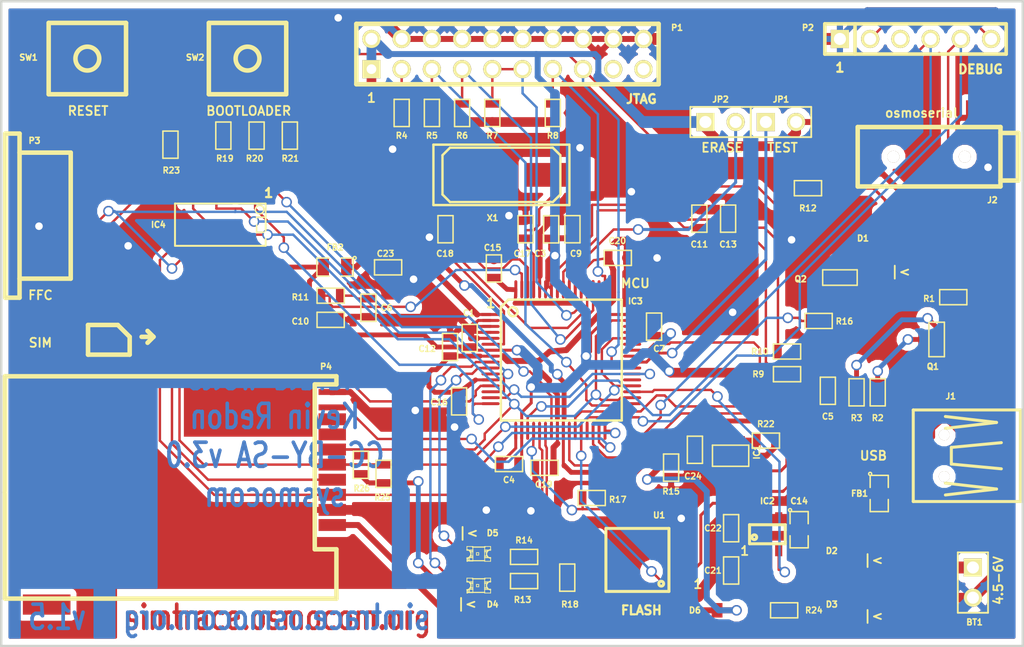
<source format=kicad_pcb>
(kicad_pcb (version 3) (host pcbnew "(2013-may-18)-stable")
  (title_block (title SIMtrace) (rev 1.4) (company osmocom) (comment 1 "CC-BY-SA v3.0 unported"))
  (layers (15 Front signal) (0 Back signal) (18 B.Paste user) (19 F.Paste user) (20 B.SilkS user) (21 F.SilkS user) (22 B.Mask user) (23 F.Mask user) (28 Edge.Cuts user))
  (net 0 "")
  (net 1 +1.8V)
  (net 2 //RESET)
  (net 3 /A-B-DETECT)
  (net 4 /BOOTLOADER)
  (net 5 /CLK_PHONE)
  (net 6 /CLK_SIM)
  (net 7 /CS)
  (net 8 /DDM)
  (net 9 /DDP)
  (net 10 /DRXD)
  (net 11 /DTXD)
  (net 12 /I/O_PHONE)
  (net 13 /I/O_SIM)
  (net 14 /I/O_SW)
  (net 15 /LED_G)
  (net 16 /LED_R)
  (net 17 /MISO)
  (net 18 /MOSI)
  (net 19 /RST_PHONE)
  (net 20 /RST_SIM)
  (net 21 /SCK)
  (net 22 /SC_SW)
  (net 23 /SIM_PWEN)
  (net 24 /SW_SIM)
  (net 25 /TCK)
  (net 26 /TDI)
  (net 27 /TDO)
  (net 28 /TEST)
  (net 29 /TMS)
  (net 30 /UDP_PUP)
  (net 31 /USBVCC)
  (net 32 /VCC_FWD)
  (net 33 /VCC_PHONE)
  (net 34 /VCC_SIM)
  (net 35 /VPP_PHONE)
  (net 36 /VPP_SIM)
  (net 37 /WP)
  (net 38 3V3)
  (net 39 GND)
  (net 40 N-0000012)
  (net 41 N-0000013)
  (net 42 N-0000014)
  (net 43 N-0000018)
  (net 44 N-0000020)
  (net 45 N-0000021)
  (net 46 N-0000025)
  (net 47 N-0000027)
  (net 48 N-0000029)
  (net 49 N-0000030)
  (net 50 N-0000033)
  (net 51 N-0000034)
  (net 52 N-0000042)
  (net 53 N-0000043)
  (net 54 N-0000047)
  (net 55 N-0000050)
  (net 56 N-0000053)
  (net 57 N-0000055)
  (net 58 N-0000061)
  (net 59 N-0000062)
  (net 60 N-0000064)
  (net 61 N-000008)
  (module SM0603 (layer Front) (at 86.32698 130.556)
    (fp_text reference R17 (at 2.19202 0.127) (layer F.SilkS) (effects (font (size 0.5 0.5) (thickness 0.1143))))
    (fp_text value 10K hide)
    (pad 1 smd rect (at -0.762 0) (size 0.635 1.143) (layers Front F.Paste F.Mask) (net 37 /WP))
    (pad 2 smd rect (at 0.762 0) (size 0.635 1.143) (layers Front F.Paste F.Mask) (net 39 GND))
  )
  (module SM0603 (layer Front) (at 105.3973 115.66398 180)
    (fp_text reference R16 (at -2.1717 -0.03302 180) (layer F.SilkS) (effects (font (size 0.5 0.5) (thickness 0.1143))))
    (fp_text value 10K hide)
    (pad 1 smd rect (at -0.762 0 180) (size 0.635 1.143) (layers Front F.Paste F.Mask) (net 40 N-0000012))
    (pad 2 smd rect (at 0.762 0 180) (size 0.635 1.143) (layers Front F.Paste F.Mask) (net 47 N-0000027))
  )
  (module SM0603 (layer Front) (at 80.645 135.509 180)
    (fp_text reference R14 (at 0 1.397 180) (layer F.SilkS) (effects (font (size 0.5 0.5) (thickness 0.1143))))
    (fp_text value 150R hide)
    (pad 1 smd rect (at -0.762 0 180) (size 0.635 1.143) (layers Front F.Paste F.Mask) (net 38 3V3))
    (pad 2 smd rect (at 0.762 0 180) (size 0.635 1.143) (layers Front F.Paste F.Mask) (net 56 N-0000053))
  )
  (module SM0603 (layer Front) (at 80.645 137.541 180)
    (fp_text reference R13 (at 0.127 -1.57226 180) (layer F.SilkS) (effects (font (size 0.5 0.5) (thickness 0.1143))))
    (fp_text value 150R hide)
    (pad 1 smd rect (at -0.762 0 180) (size 0.635 1.143) (layers Front F.Paste F.Mask) (net 38 3V3))
    (pad 2 smd rect (at 0.762 0 180) (size 0.635 1.143) (layers Front F.Paste F.Mask) (net 57 N-0000055))
  )
  (module SM0603 (layer Front) (at 104.5 104.5)
    (fp_text reference R12 (at -0.00068 1.68182) (layer F.SilkS) (effects (font (size 0.5 0.5) (thickness 0.1143))))
    (fp_text value 100K hide)
    (pad 1 smd rect (at -0.762 0) (size 0.635 1.143) (layers Front F.Paste F.Mask) (net 38 3V3))
    (pad 2 smd rect (at 0.762 0) (size 0.635 1.143) (layers Front F.Paste F.Mask) (net 2 //RESET))
  )
  (module SM0603 (layer Front) (at 64.389 113.538)
    (fp_text reference R11 (at -2.54 0.127) (layer F.SilkS) (effects (font (size 0.5 0.5) (thickness 0.1143))))
    (fp_text value 1K5 hide)
    (pad 1 smd rect (at -0.762 0) (size 0.635 1.143) (layers Front F.Paste F.Mask) (net 55 N-0000050))
    (pad 2 smd rect (at 0.762 0) (size 0.635 1.143) (layers Front F.Paste F.Mask) (net 52 N-0000042))
  )
  (module SM0603 (layer Front) (at 102.743 118.237)
    (fp_text reference R10 (at -2.286 0) (layer F.SilkS) (effects (font (size 0.5 0.5) (thickness 0.1143))))
    (fp_text value 27R hide)
    (pad 1 smd rect (at -0.762 0) (size 0.635 1.143) (layers Front F.Paste F.Mask) (net 9 /DDP))
    (pad 2 smd rect (at 0.762 0) (size 0.635 1.143) (layers Front F.Paste F.Mask) (net 44 N-0000020))
  )
  (module SM0603 (layer Front) (at 102.743 120.142)
    (fp_text reference R9 (at -2.413 0) (layer F.SilkS) (effects (font (size 0.5 0.5) (thickness 0.1143))))
    (fp_text value 27R hide)
    (pad 1 smd rect (at -0.762 0) (size 0.635 1.143) (layers Front F.Paste F.Mask) (net 8 /DDM))
    (pad 2 smd rect (at 0.762 0) (size 0.635 1.143) (layers Front F.Paste F.Mask) (net 58 N-0000061))
  )
  (module SM0603 (layer Front) (at 83.058 98.171 270)
    (fp_text reference R8 (at 1.905 0 360) (layer F.SilkS) (effects (font (size 0.5 0.5) (thickness 0.1143))))
    (fp_text value 100K hide)
    (pad 1 smd rect (at -0.762 0 270) (size 0.635 1.143) (layers Front F.Paste F.Mask) (net 27 /TDO))
    (pad 2 smd rect (at 0.762 0 270) (size 0.635 1.143) (layers Front F.Paste F.Mask) (net 38 3V3))
  )
  (module SM0603 (layer Front) (at 77.978 98.171 270)
    (fp_text reference R7 (at 1.905 0 360) (layer F.SilkS) (effects (font (size 0.5 0.5) (thickness 0.1143))))
    (fp_text value 100K hide)
    (pad 1 smd rect (at -0.762 0 270) (size 0.635 1.143) (layers Front F.Paste F.Mask) (net 25 /TCK))
    (pad 2 smd rect (at 0.762 0 270) (size 0.635 1.143) (layers Front F.Paste F.Mask) (net 38 3V3))
  )
  (module SM0603 (layer Front) (at 75.438 98.171 270)
    (fp_text reference R6 (at 1.905 0 360) (layer F.SilkS) (effects (font (size 0.5 0.5) (thickness 0.1143))))
    (fp_text value 100K hide)
    (pad 1 smd rect (at -0.762 0 270) (size 0.635 1.143) (layers Front F.Paste F.Mask) (net 29 /TMS))
    (pad 2 smd rect (at 0.762 0 270) (size 0.635 1.143) (layers Front F.Paste F.Mask) (net 38 3V3))
  )
  (module SM0603 (layer Front) (at 72.898 98.171 270)
    (fp_text reference R5 (at 1.905 0 360) (layer F.SilkS) (effects (font (size 0.5 0.5) (thickness 0.1143))))
    (fp_text value 100K hide)
    (pad 1 smd rect (at -0.762 0 270) (size 0.635 1.143) (layers Front F.Paste F.Mask) (net 26 /TDI))
    (pad 2 smd rect (at 0.762 0 270) (size 0.635 1.143) (layers Front F.Paste F.Mask) (net 38 3V3))
  )
  (module SM0603 (layer Front) (at 70.358 98.171 270)
    (fp_text reference R4 (at 1.905 0 360) (layer F.SilkS) (effects (font (size 0.5 0.5) (thickness 0.1143))))
    (fp_text value 100K hide)
    (pad 1 smd rect (at -0.762 0 270) (size 0.635 1.143) (layers Front F.Paste F.Mask) (net 53 N-0000043))
    (pad 2 smd rect (at 0.762 0 270) (size 0.635 1.143) (layers Front F.Paste F.Mask) (net 38 3V3))
  )
  (module SM0603 (layer Front) (at 108.585 121.666 90)
    (fp_text reference R3 (at -2.159 0 180) (layer F.SilkS) (effects (font (size 0.5 0.5) (thickness 0.1143))))
    (fp_text value 1K5 hide)
    (pad 1 smd rect (at -0.762 0 90) (size 0.635 1.143) (layers Front F.Paste F.Mask) (net 44 N-0000020))
    (pad 2 smd rect (at 0.762 0 90) (size 0.635 1.143) (layers Front F.Paste F.Mask) (net 43 N-0000018))
  )
  (module SM0603 (layer Front) (at 110.363 121.666 90)
    (fp_text reference R2 (at -2.159 0 180) (layer F.SilkS) (effects (font (size 0.5 0.5) (thickness 0.1143))))
    (fp_text value 10K hide)
    (pad 1 smd rect (at -0.762 0 90) (size 0.635 1.143) (layers Front F.Paste F.Mask) (net 3 /A-B-DETECT))
    (pad 2 smd rect (at 0.762 0 90) (size 0.635 1.143) (layers Front F.Paste F.Mask) (net 38 3V3))
  )
  (module SM0603 (layer Front) (at 116.713 113.665 180)
    (fp_text reference R1 (at 2.032 -0.127 180) (layer F.SilkS) (effects (font (size 0.5 0.5) (thickness 0.1143))))
    (fp_text value 100K hide)
    (pad 1 smd rect (at -0.762 0 180) (size 0.635 1.143) (layers Front F.Paste F.Mask) (net 38 3V3))
    (pad 2 smd rect (at 0.762 0 180) (size 0.635 1.143) (layers Front F.Paste F.Mask) (net 30 /UDP_PUP))
  )
  (module SM0603 (layer Front) (at 69.21754 111.15802 180)
    (fp_text reference C23 (at 0.21754 1.15802 180) (layer F.SilkS) (effects (font (size 0.5 0.5) (thickness 0.1143))))
    (fp_text value 100nF hide)
    (pad 1 smd rect (at -0.762 0 180) (size 0.635 1.143) (layers Front F.Paste F.Mask) (net 60 N-0000064))
    (pad 2 smd rect (at 0.762 0 180) (size 0.635 1.143) (layers Front F.Paste F.Mask) (net 39 GND))
  )
  (module SM0603 (layer Front) (at 98.044 133.096 270)
    (fp_text reference C22 (at 0 1.524 360) (layer F.SilkS) (effects (font (size 0.5 0.5) (thickness 0.1143))))
    (fp_text value 1uF hide)
    (pad 1 smd rect (at -0.762 0 270) (size 0.635 1.143) (layers Front F.Paste F.Mask) (net 38 3V3))
    (pad 2 smd rect (at 0.762 0 270) (size 0.635 1.143) (layers Front F.Paste F.Mask) (net 39 GND))
  )
  (module SM0603 (layer Front) (at 98.044 136.652 90)
    (fp_text reference C21 (at 0 -1.524 180) (layer F.SilkS) (effects (font (size 0.5 0.5) (thickness 0.1143))))
    (fp_text value 1uF hide)
    (pad 1 smd rect (at -0.762 0 90) (size 0.635 1.143) (layers Front F.Paste F.Mask) (net 51 N-0000034))
    (pad 2 smd rect (at 0.762 0 90) (size 0.635 1.143) (layers Front F.Paste F.Mask) (net 39 GND))
  )
  (module SM0603 (layer Front) (at 88.519 110.363)
    (fp_text reference C20 (at -0.0381 -1.4351) (layer F.SilkS) (effects (font (size 0.5 0.5) (thickness 0.1143))))
    (fp_text value 100nF hide)
    (pad 1 smd rect (at -0.762 0) (size 0.635 1.143) (layers Front F.Paste F.Mask) (net 1 +1.8V))
    (pad 2 smd rect (at 0.762 0) (size 0.635 1.143) (layers Front F.Paste F.Mask) (net 39 GND))
  )
  (module SM0603 (layer Front) (at 82.3595 128.016 180)
    (fp_text reference C19 (at 0.0635 -1.397 180) (layer F.SilkS) (effects (font (size 0.5 0.5) (thickness 0.1143))))
    (fp_text value 100nF hide)
    (pad 1 smd rect (at -0.762 0 180) (size 0.635 1.143) (layers Front F.Paste F.Mask) (net 1 +1.8V))
    (pad 2 smd rect (at 0.762 0 180) (size 0.635 1.143) (layers Front F.Paste F.Mask) (net 39 GND))
  )
  (module SM0603 (layer Front) (at 74.041 107.95 270)
    (fp_text reference C18 (at 2.05 0.041 360) (layer F.SilkS) (effects (font (size 0.5 0.5) (thickness 0.1143))))
    (fp_text value 10pF hide)
    (pad 1 smd rect (at -0.762 0 270) (size 0.635 1.143) (layers Front F.Paste F.Mask) (net 48 N-0000029))
    (pad 2 smd rect (at 0.762 0 270) (size 0.635 1.143) (layers Front F.Paste F.Mask) (net 39 GND))
  )
  (module SM0603 (layer Front) (at 80.772 107.95 90)
    (fp_text reference C17 (at -2.05 -0.272 180) (layer F.SilkS) (effects (font (size 0.5 0.5) (thickness 0.1143))))
    (fp_text value 10pF hide)
    (pad 1 smd rect (at -0.762 0 90) (size 0.635 1.143) (layers Front F.Paste F.Mask) (net 54 N-0000047))
    (pad 2 smd rect (at 0.762 0 90) (size 0.635 1.143) (layers Front F.Paste F.Mask) (net 39 GND))
  )
  (module SM0603 (layer Front) (at 75.184 122.428 270)
    (fp_text reference C16 (at 0.072 1.684 360) (layer F.SilkS) (effects (font (size 0.5 0.5) (thickness 0.1143))))
    (fp_text value 100nF hide)
    (pad 1 smd rect (at -0.762 0 270) (size 0.635 1.143) (layers Front F.Paste F.Mask) (net 1 +1.8V))
    (pad 2 smd rect (at 0.762 0 270) (size 0.635 1.143) (layers Front F.Paste F.Mask) (net 39 GND))
  )
  (module SM0603 (layer Front) (at 78.105 111.252 90)
    (fp_text reference C15 (at 1.752 -0.105 180) (layer F.SilkS) (effects (font (size 0.5 0.5) (thickness 0.1143))))
    (fp_text value 100nF hide)
    (pad 1 smd rect (at -0.762 0 90) (size 0.635 1.143) (layers Front F.Paste F.Mask) (net 1 +1.8V))
    (pad 2 smd rect (at 0.762 0 90) (size 0.635 1.143) (layers Front F.Paste F.Mask) (net 39 GND))
  )
  (module SM0603 (layer Front) (at 97.79 107.061 90)
    (fp_text reference C13 (at -2.159 0 180) (layer F.SilkS) (effects (font (size 0.5 0.5) (thickness 0.1143))))
    (fp_text value 15pF hide)
    (pad 1 smd rect (at -0.762 0 90) (size 0.635 1.143) (layers Front F.Paste F.Mask) (net 9 /DDP))
    (pad 2 smd rect (at 0.762 0 90) (size 0.635 1.143) (layers Front F.Paste F.Mask) (net 39 GND))
  )
  (module SM0603 (layer Front) (at 74.422 117.856 90)
    (fp_text reference C12 (at -0.144 -1.922 180) (layer F.SilkS) (effects (font (size 0.5 0.5) (thickness 0.1143))))
    (fp_text value 2.2uF hide)
    (pad 1 smd rect (at -0.762 0 90) (size 0.635 1.143) (layers Front F.Paste F.Mask) (net 1 +1.8V))
    (pad 2 smd rect (at 0.762 0 90) (size 0.635 1.143) (layers Front F.Paste F.Mask) (net 39 GND))
  )
  (module SM0603 (layer Front) (at 95.377 107.061 90)
    (fp_text reference C11 (at -2.159 0 180) (layer F.SilkS) (effects (font (size 0.5 0.5) (thickness 0.1143))))
    (fp_text value 15pF hide)
    (pad 1 smd rect (at -0.762 0 90) (size 0.635 1.143) (layers Front F.Paste F.Mask) (net 8 /DDM))
    (pad 2 smd rect (at 0.762 0 90) (size 0.635 1.143) (layers Front F.Paste F.Mask) (net 39 GND))
  )
  (module SM0603 (layer Front) (at 64.389 115.57 180)
    (fp_text reference C10 (at 2.54 -0.127 180) (layer F.SilkS) (effects (font (size 0.5 0.5) (thickness 0.1143))))
    (fp_text value 1nF hide)
    (pad 1 smd rect (at -0.762 0 180) (size 0.635 1.143) (layers Front F.Paste F.Mask) (net 39 GND))
    (pad 2 smd rect (at 0.762 0 180) (size 0.635 1.143) (layers Front F.Paste F.Mask) (net 55 N-0000050))
  )
  (module SM0603 (layer Front) (at 84.709 107.95 90)
    (fp_text reference C9 (at -2.05 0.291 180) (layer F.SilkS) (effects (font (size 0.5 0.5) (thickness 0.1143))))
    (fp_text value 100nF hide)
    (pad 1 smd rect (at -0.762 0 90) (size 0.635 1.143) (layers Front F.Paste F.Mask) (net 38 3V3))
    (pad 2 smd rect (at 0.762 0 90) (size 0.635 1.143) (layers Front F.Paste F.Mask) (net 39 GND))
  )
  (module SM0603 (layer Front) (at 91.567 116.1415 90)
    (fp_text reference C7 (at -1.8585 0.433 180) (layer F.SilkS) (effects (font (size 0.5 0.5) (thickness 0.1143))))
    (fp_text value 100nF hide)
    (pad 1 smd rect (at -0.762 0 90) (size 0.635 1.143) (layers Front F.Paste F.Mask) (net 38 3V3))
    (pad 2 smd rect (at 0.762 0 90) (size 0.635 1.143) (layers Front F.Paste F.Mask) (net 39 GND))
  )
  (module SM0603 (layer Front) (at 67.564 114.554 90)
    (fp_text reference C6 (at 0 1.524 180) (layer F.SilkS) (effects (font (size 0.5 0.5) (thickness 0.1143))))
    (fp_text value 10nF hide)
    (pad 1 smd rect (at -0.762 0 90) (size 0.635 1.143) (layers Front F.Paste F.Mask) (net 39 GND))
    (pad 2 smd rect (at 0.762 0 90) (size 0.635 1.143) (layers Front F.Paste F.Mask) (net 52 N-0000042))
  )
  (module SM0603 (layer Front) (at 106.172 121.539 90)
    (fp_text reference C5 (at -2.159 0 180) (layer F.SilkS) (effects (font (size 0.5 0.5) (thickness 0.1143))))
    (fp_text value 33pF hide)
    (pad 1 smd rect (at -0.762 0 90) (size 0.635 1.143) (layers Front F.Paste F.Mask) (net 58 N-0000061))
    (pad 2 smd rect (at 0.762 0 90) (size 0.635 1.143) (layers Front F.Paste F.Mask) (net 44 N-0000020))
  )
  (module SM0603 (layer Front) (at 79.375 127.6985 180)
    (fp_text reference C4 (at 0 -1.3335 180) (layer F.SilkS) (effects (font (size 0.5 0.5) (thickness 0.1143))))
    (fp_text value 100nF hide)
    (pad 1 smd rect (at -0.762 0 180) (size 0.635 1.143) (layers Front F.Paste F.Mask) (net 38 3V3))
    (pad 2 smd rect (at 0.762 0 180) (size 0.635 1.143) (layers Front F.Paste F.Mask) (net 39 GND))
  )
  (module SM0603 (layer Front) (at 82.92338 107.96016 90)
    (fp_text reference C3 (at -2.03984 -0.92338 180) (layer F.SilkS) (effects (font (size 0.5 0.5) (thickness 0.1143))))
    (fp_text value 100nF hide)
    (pad 1 smd rect (at -0.762 0 90) (size 0.635 1.143) (layers Front F.Paste F.Mask) (net 38 3V3))
    (pad 2 smd rect (at 0.762 0 90) (size 0.635 1.143) (layers Front F.Paste F.Mask) (net 39 GND))
  )
  (module SM0603 (layer Front) (at 76.073 117.094 90)
    (fp_text reference C1 (at 2.094 -0.073 180) (layer F.SilkS) (effects (font (size 0.5 0.5) (thickness 0.1143))))
    (fp_text value 2.2uF hide)
    (pad 1 smd rect (at -0.762 0 90) (size 0.635 1.143) (layers Front F.Paste F.Mask) (net 38 3V3))
    (pad 2 smd rect (at 0.762 0 90) (size 0.635 1.143) (layers Front F.Paste F.Mask) (net 39 GND))
  )
  (module SM0805 (layer Front) (at 64.7573 111.13262 180)
    (fp_text reference FB2 (at -0.0127 1.65862 180) (layer F.SilkS) (effects (font (size 0.5 0.5) (thickness 0.125))))
    (fp_text value FILTER hide)
    (pad 1 smd rect (at -0.9525 0 180) (size 0.889 1.397) (layers Front F.Paste F.Mask) (net 60 N-0000064))
    (pad 2 smd rect (at 0.9525 0 180) (size 0.889 1.397) (layers Front F.Paste F.Mask) (net 38 3V3))
  )
  (module SM0805 (layer Front) (at 110.49 130.175 270)
    (fp_text reference FB1 (at 0 1.651 360) (layer F.SilkS) (effects (font (size 0.5 0.5) (thickness 0.125))))
    (fp_text value FILTER hide)
    (pad 1 smd rect (at -0.9525 0 270) (size 0.889 1.397) (layers Front F.Paste F.Mask) (net 59 N-0000062))
    (pad 2 smd rect (at 0.9525 0 270) (size 0.889 1.397) (layers Front F.Paste F.Mask) (net 31 /USBVCC))
  )
  (module TQFP_64 (layer Front) (at 83.693 118.872 270)
    (fp_text reference IC3 (at -4.872 -6.307 360) (layer F.SilkS) (effects (font (size 0.5 0.5) (thickness 0.125))))
    (fp_text value MCU (at -6.372 -6.307 360) (layer F.SilkS) (effects (font (size 0.75 0.75) (thickness 0.1524))))
    (pad 1 smd rect (at -3.74904 5.86994 270) (size 0.24892 1.524) (layers Front F.Paste F.Mask) (net 60 N-0000064))
    (pad 2 smd oval (at -3.24866 5.86994 270) (size 0.24892 1.524) (layers Front F.Paste F.Mask) (net 39 GND))
    (pad 3 smd oval (at -2.74828 5.86994 270) (size 0.24892 1.524) (layers Front F.Paste F.Mask) (net 39 GND))
    (pad 4 smd oval (at -2.2479 5.86994 270) (size 0.24892 1.524) (layers Front F.Paste F.Mask) (net 39 GND))
    (pad 5 smd oval (at -1.74752 5.86994 270) (size 0.24892 1.524) (layers Front F.Paste F.Mask) (net 39 GND))
    (pad 6 smd oval (at -1.24968 5.86994 270) (size 0.24892 1.524) (layers Front F.Paste F.Mask) (net 42 N-0000014))
    (pad 7 smd oval (at -0.7493 5.86994 270) (size 0.24892 1.524) (layers Front F.Paste F.Mask) (net 38 3V3))
    (pad 8 smd oval (at -0.24892 5.86994 270) (size 0.24892 1.524) (layers Front F.Paste F.Mask) (net 1 +1.8V))
    (pad 9 smd oval (at 0.25146 5.86994 270) (size 0.24892 1.524) (layers Front F.Paste F.Mask) (net 16 /LED_R))
    (pad 10 smd oval (at 0.75184 5.86994 270) (size 0.24892 1.524) (layers Front F.Paste F.Mask) (net 15 /LED_G))
    (pad 11 smd oval (at 1.25222 5.86994 270) (size 0.24892 1.524) (layers Front F.Paste F.Mask) (net 12 /I/O_PHONE))
    (pad 12 smd oval (at 1.75006 5.86994 270) (size 0.24892 1.524) (layers Front F.Paste F.Mask) (net 1 +1.8V))
    (pad 13 smd oval (at 2.25044 5.86994 270) (size 0.24892 1.524) (layers Front F.Paste F.Mask) (net 14 /I/O_SW))
    (pad 14 smd oval (at 2.75082 5.86994 270) (size 0.24892 1.524) (layers Front F.Paste F.Mask) (net 12 /I/O_PHONE))
    (pad 15 smd oval (at 3.2512 5.86994 270) (size 0.24892 1.524) (layers Front F.Paste F.Mask) (net 5 /CLK_PHONE))
    (pad 16 smd oval (at 3.75158 5.86994 270) (size 0.24892 1.524) (layers Front F.Paste F.Mask) (net 22 /SC_SW))
    (pad 17 smd oval (at 6.0325 3.74904 270) (size 1.524 0.24892) (layers Front F.Paste F.Mask) (net 39 GND))
    (pad 18 smd oval (at 6.0325 3.24866 270) (size 1.524 0.24892) (layers Front F.Paste F.Mask) (net 38 3V3))
    (pad 19 smd oval (at 6.0325 2.74828 270) (size 1.524 0.24892) (layers Front F.Paste F.Mask) (net 47 N-0000027))
    (pad 20 smd oval (at 6.0325 2.2479 270) (size 1.524 0.24892) (layers Front F.Paste F.Mask) (net 37 /WP))
    (pad 21 smd oval (at 6.0325 1.74752 270) (size 1.524 0.24892) (layers Front F.Paste F.Mask) (net 21 /SCK))
    (pad 22 smd oval (at 6.0325 1.24968 270) (size 1.524 0.24892) (layers Front F.Paste F.Mask) (net 18 /MOSI))
    (pad 23 smd oval (at 6.0325 0.7493 270) (size 1.524 0.24892) (layers Front F.Paste F.Mask) (net 19 /RST_PHONE))
    (pad 24 smd oval (at 6.0325 0.24892 270) (size 1.524 0.24892) (layers Front F.Paste F.Mask) (net 1 +1.8V))
    (pad 25 smd oval (at 6.0325 -0.25146 270) (size 1.524 0.24892) (layers Front F.Paste F.Mask) (net 33 /VCC_PHONE))
    (pad 26 smd oval (at 6.0325 -0.75184 270) (size 1.524 0.24892) (layers Front F.Paste F.Mask) (net 32 /VCC_FWD))
    (pad 27 smd oval (at 6.0325 -1.25222 270) (size 1.524 0.24892) (layers Front F.Paste F.Mask) (net 17 /MISO))
    (pad 28 smd oval (at 6.0325 -1.75006 270) (size 1.524 0.24892) (layers Front F.Paste F.Mask) (net 7 /CS))
    (pad 29 smd oval (at 6.0325 -2.25044 270) (size 1.524 0.24892) (layers Front F.Paste F.Mask) (net 11 /DTXD))
    (pad 30 smd oval (at 6.0325 -2.75082 270) (size 1.524 0.24892) (layers Front F.Paste F.Mask) (net 10 /DRXD))
    (pad 31 smd oval (at 6.0325 -3.2512 270) (size 1.524 0.24892) (layers Front F.Paste F.Mask) (net 24 /SW_SIM))
    (pad 32 smd oval (at 6.0325 -3.75158 270) (size 1.524 0.24892) (layers Front F.Paste F.Mask) (net 20 /RST_SIM))
    (pad 33 smd oval (at 3.75158 -6.0325 270) (size 0.24892 1.524) (layers Front F.Paste F.Mask) (net 26 /TDI))
    (pad 34 smd oval (at 3.2512 -6.0325 270) (size 0.24892 1.524) (layers Front F.Paste F.Mask) (net 13 /I/O_SIM))
    (pad 35 smd oval (at 2.75082 -6.0325 270) (size 0.24892 1.524) (layers Front F.Paste F.Mask) (net 23 /SIM_PWEN))
    (pad 36 smd oval (at 2.25044 -6.0325 270) (size 0.24892 1.524) (layers Front F.Paste F.Mask) (net 6 /CLK_SIM))
    (pad 37 smd oval (at 1.75006 -6.0325 270) (size 0.24892 1.524) (layers Front F.Paste F.Mask))
    (pad 38 smd oval (at 1.25222 -6.0325 270) (size 0.24892 1.524) (layers Front F.Paste F.Mask) (net 5 /CLK_PHONE))
    (pad 39 smd oval (at 0.75184 -6.0325 270) (size 0.24892 1.524) (layers Front F.Paste F.Mask) (net 2 //RESET))
    (pad 40 smd oval (at 0.25146 -6.0325 270) (size 0.24892 1.524) (layers Front F.Paste F.Mask) (net 28 /TEST))
    (pad 41 smd oval (at -0.24892 -6.0325 270) (size 0.24892 1.524) (layers Front F.Paste F.Mask) (net 3 /A-B-DETECT))
    (pad 42 smd oval (at -0.7493 -6.0325 270) (size 0.24892 1.524) (layers Front F.Paste F.Mask))
    (pad 43 smd oval (at -1.24968 -6.0325 270) (size 0.24892 1.524) (layers Front F.Paste F.Mask))
    (pad 44 smd oval (at -1.74752 -6.0325 270) (size 0.24892 1.524) (layers Front F.Paste F.Mask) (net 6 /CLK_SIM))
    (pad 45 smd oval (at -2.2479 -6.0325 270) (size 0.24892 1.524) (layers Front F.Paste F.Mask) (net 38 3V3))
    (pad 46 smd oval (at -2.74828 -6.0325 270) (size 0.24892 1.524) (layers Front F.Paste F.Mask) (net 39 GND))
    (pad 47 smd oval (at -3.24866 -6.0325 270) (size 0.24892 1.524) (layers Front F.Paste F.Mask) (net 13 /I/O_SIM))
    (pad 48 smd oval (at -3.74904 -6.0325 270) (size 0.24892 1.524) (layers Front F.Paste F.Mask) (net 38 3V3))
    (pad 49 smd oval (at -5.86994 -3.75158 270) (size 1.524 0.24892) (layers Front F.Paste F.Mask) (net 27 /TDO))
    (pad 50 smd oval (at -5.86994 -3.2512 270) (size 1.524 0.24892) (layers Front F.Paste F.Mask))
    (pad 52 smd oval (at -5.86994 -2.25044 270) (size 1.524 0.24892) (layers Front F.Paste F.Mask) (net 4 /BOOTLOADER))
    (pad 51 smd oval (at -5.88772 -2.75082 270) (size 1.524 0.24892) (layers Front F.Paste F.Mask) (net 29 /TMS))
    (pad 53 smd oval (at -5.86994 -1.75006 270) (size 1.524 0.24892) (layers Front F.Paste F.Mask) (net 25 /TCK))
    (pad 54 smd oval (at -5.86994 -1.25222 270) (size 1.524 0.24892) (layers Front F.Paste F.Mask) (net 1 +1.8V))
    (pad 55 smd oval (at -5.86994 -0.75184 270) (size 1.524 0.24892) (layers Front F.Paste F.Mask) (net 46 N-0000025))
    (pad 56 smd oval (at -5.86994 -0.25146 270) (size 1.524 0.24892) (layers Front F.Paste F.Mask) (net 8 /DDM))
    (pad 57 smd oval (at -5.86994 0.24892 270) (size 1.524 0.24892) (layers Front F.Paste F.Mask) (net 9 /DDP))
    (pad 58 smd oval (at -5.86994 0.7493 270) (size 1.524 0.24892) (layers Front F.Paste F.Mask) (net 38 3V3))
    (pad 59 smd oval (at -5.86994 1.24206 270) (size 1.524 0.24892) (layers Front F.Paste F.Mask) (net 38 3V3))
    (pad 60 smd oval (at -5.86994 1.74244 270) (size 1.524 0.24892) (layers Front F.Paste F.Mask) (net 39 GND))
    (pad 61 smd oval (at -5.86994 2.24282 270) (size 1.524 0.24892) (layers Front F.Paste F.Mask) (net 54 N-0000047))
    (pad 62 smd oval (at -5.86994 2.7432 270) (size 1.524 0.24892) (layers Front F.Paste F.Mask) (net 48 N-0000029))
    (pad 63 smd oval (at -5.86994 3.24104 270) (size 1.524 0.24892) (layers Front F.Paste F.Mask) (net 55 N-0000050))
    (pad 64 smd oval (at -5.86994 3.74142 270) (size 1.524 0.24892) (layers Front F.Paste F.Mask) (net 1 +1.8V))
  )
  (module PIN_ARRAY-6X1 (layer Front) (at 113.538 91.948)
    (fp_text reference P2 (at -9.038 -0.948) (layer F.SilkS) (effects (font (size 0.5 0.5) (thickness 0.125))))
    (fp_text value DEBUG (at 5.462 2.552) (layer F.SilkS) (effects (font (size 0.75 0.75) (thickness 0.1875))))
    (pad 1 thru_hole rect (at -6.35 0) (size 1.524 1.524) (drill 1.016) (layers *.Cu *.Mask F.SilkS) (net 39 GND))
    (pad 2 thru_hole circle (at -3.81 0) (size 1.524 1.524) (drill 1.016) (layers *.Cu *.Mask F.SilkS) (net 45 N-0000021))
    (pad 3 thru_hole circle (at -1.27 0) (size 1.524 1.524) (drill 1.016) (layers *.Cu *.Mask F.SilkS))
    (pad 4 thru_hole circle (at 1.27 0) (size 1.524 1.524) (drill 1.016) (layers *.Cu *.Mask F.SilkS) (net 10 /DRXD))
    (pad 5 thru_hole circle (at 3.81 0) (size 1.524 1.524) (drill 1.016) (layers *.Cu *.Mask F.SilkS) (net 11 /DTXD))
    (pad 6 thru_hole circle (at 6.35 0) (size 1.524 1.524) (drill 1.016) (layers *.Cu *.Mask F.SilkS) (net 45 N-0000021))
  )
  (module SOT23_BC847 (layer Front) (at 107.188 112.014)
    (fp_text reference Q2 (at -3.302 0.127) (layer F.SilkS) (effects (font (size 0.5 0.5) (thickness 0.125))))
    (fp_text value BC847 hide)
    (pad 1 smd rect (at -1.00076 1.09982) (size 0.8001 0.89916) (layers Front F.Paste F.Mask) (net 40 N-0000012))
    (pad 2 smd rect (at 1.00076 1.09982) (size 0.8001 0.89916) (layers Front F.Paste F.Mask) (net 39 GND))
    (pad 3 smd rect (at 0 -1.09982) (size 0.8001 0.89916) (layers Front F.Paste F.Mask) (net 30 /UDP_PUP))
  )
  (module SOT23_BC847 (layer Front) (at 115.316 117.221 90)
    (fp_text reference Q1 (at -2.279 -0.316 180) (layer F.SilkS) (effects (font (size 0.5 0.5) (thickness 0.125))))
    (fp_text value BC847 hide)
    (pad 1 smd rect (at -1.00076 1.09982 90) (size 0.8001 0.89916) (layers Front F.Paste F.Mask) (net 30 /UDP_PUP))
    (pad 2 smd rect (at 1.00076 1.09982 90) (size 0.8001 0.89916) (layers Front F.Paste F.Mask) (net 43 N-0000018))
    (pad 3 smd rect (at 0 -1.09982 90) (size 0.8001 0.89916) (layers Front F.Paste F.Mask) (net 38 3V3))
  )
  (module PUSH_BUTTON (layer Front) (at 43.942 93.599 180)
    (fp_text reference SW1 (at 4.942 0.099 180) (layer F.SilkS) (effects (font (size 0.5 0.5) (thickness 0.125))))
    (fp_text value RESET (at -0.058 -4.401 180) (layer F.SilkS) (effects (font (size 0.75 0.75) (thickness 0.14986))))
    (pad 2 smd rect (at -3.40106 1.99898 180) (size 3.2004 1.00076) (layers Front F.Paste F.Mask) (net 39 GND))
    (pad 1 smd rect (at -3.40106 -1.99898 180) (size 3.2004 1.00076) (layers Front F.Paste F.Mask) (net 2 //RESET))
    (pad 1' smd rect (at 3.40106 -1.99898 180) (size 3.2004 1.00076) (layers Front F.Paste F.Mask))
    (pad 2' smd rect (at 3.40106 1.99898 180) (size 3.2004 1.00076) (layers Front F.Paste F.Mask))
  )
  (module PUSH_BUTTON (layer Front) (at 57.404 93.599 180)
    (fp_text reference SW2 (at 4.404 0.099 180) (layer F.SilkS) (effects (font (size 0.5 0.5) (thickness 0.125))))
    (fp_text value BOOTLOADER (at -0.096 -4.401 180) (layer F.SilkS) (effects (font (size 0.75 0.75) (thickness 0.14986))))
    (pad 2 smd rect (at -3.40106 1.99898 180) (size 3.2004 1.00076) (layers Front F.Paste F.Mask) (net 39 GND))
    (pad 1 smd rect (at -3.40106 -1.99898 180) (size 3.2004 1.00076) (layers Front F.Paste F.Mask) (net 4 /BOOTLOADER))
    (pad 1' smd rect (at 3.40106 -1.99898 180) (size 3.2004 1.00076) (layers Front F.Paste F.Mask))
    (pad 2' smd rect (at 3.40106 1.99898 180) (size 3.2004 1.00076) (layers Front F.Paste F.Mask))
  )
  (module USB-MINI-B_UX60 (layer Front) (at 115.951 127 90)
    (fp_text reference J1 (at 5 0.549 180) (layer F.SilkS) (effects (font (size 0.5 0.5) (thickness 0.125))))
    (fp_text value USB (at 0 -5.951 180) (layer F.SilkS) (effects (font (size 0.75 0.75) (thickness 0.154))))
    (pad "" thru_hole circle (at -1.75006 0 90) (size 0.89916 0.89916) (drill 0.89916) (layers *.Cu *.Mask F.SilkS))
    (pad "" thru_hole circle (at 1.75006 0 90) (size 0.89916 0.89916) (drill 0.89916) (layers *.Cu *.Mask F.SilkS))
    (pad 2 smd rect (at -0.8001 -2.25044 90) (size 0.50038 1.99898) (layers Front F.Paste F.Mask) (net 58 N-0000061))
    (pad 3 smd rect (at 0 -2.25044 90) (size 0.50038 1.99898) (layers Front F.Paste F.Mask) (net 44 N-0000020))
    (pad 4 smd rect (at 0.8001 -2.25044 90) (size 0.50038 1.99898) (layers Front F.Paste F.Mask) (net 3 /A-B-DETECT))
    (pad 5 smd rect (at 1.6002 -2.25044 90) (size 0.50038 1.99898) (layers Front F.Paste F.Mask) (net 39 GND))
    (pad 1 smd rect (at -1.6002 -2.25044 90) (size 0.50038 1.99898) (layers Front F.Paste F.Mask) (net 59 N-0000062))
    (pad "" smd rect (at -4.20116 -1.99898 90) (size 2.49936 2.19964) (layers Front F.Paste F.Mask))
    (pad "" smd rect (at 4.20116 -1.99898 90) (size 2.49936 2.19964) (layers Front F.Paste F.Mask))
    (pad "" smd rect (at -4.20116 3.29946 90) (size 2.49936 2.19964) (layers Front F.Paste F.Mask))
    (pad "" smd rect (at 4.20116 3.29946 90) (size 2.49936 2.19964) (layers Front F.Paste F.Mask))
  )
  (module SIM_AMPHENOL (layer Front) (at 63.373 129.667 180)
    (fp_text reference P4 (at -0.627 10.167 180) (layer F.SilkS) (effects (font (size 0.5 0.5) (thickness 0.125))))
    (fp_text value SIM (at 23.373 12.167 180) (layer F.SilkS) (effects (font (size 0.75 0.75) (thickness 0.14986))))
    (pad C1 smd rect (at -1.15062 -3.15976 180) (size 2.30124 1.00076) (layers Front F.Paste F.Mask) (net 34 /VCC_SIM))
    (pad C5 smd rect (at -1.15062 -1.88976 180) (size 2.30124 1.00076) (layers Front F.Paste F.Mask) (net 39 GND))
    (pad C6 smd rect (at -1.15062 0.65024 180) (size 2.30124 1.00076) (layers Front F.Paste F.Mask) (net 36 /VPP_SIM))
    (pad C2 smd rect (at -1.15062 -0.61976 180) (size 2.30124 1.00076) (layers Front F.Paste F.Mask) (net 20 /RST_SIM))
    (pad C3 smd rect (at -1.15062 1.92024 180) (size 2.30124 1.00076) (layers Front F.Paste F.Mask) (net 6 /CLK_SIM))
    (pad C7 smd rect (at -1.15062 3.19024 180) (size 2.30124 1.00076) (layers Front F.Paste F.Mask) (net 13 /I/O_SIM))
    (pad C4 smd rect (at -1.15062 4.46024 180) (size 2.30124 1.00076) (layers Front F.Paste F.Mask))
    (pad C8 smd rect (at -1.15062 5.73024 180) (size 2.30124 1.00076) (layers Front F.Paste F.Mask) (clearance 0.20066))
    (pad SW1 smd rect (at -1.15062 6.731 180) (size 2.30124 0.50038) (layers Front F.Paste F.Mask) (net 24 /SW_SIM) (clearance 0.20066))
    (pad SW2 smd rect (at -1.15062 8.02894 180) (size 2.30124 0.50038) (layers Front F.Paste F.Mask) (net 39 GND))
    (pad "" smd rect (at 23.35022 0 180) (size 2.99974 1.19888) (layers Front))
    (pad "" smd rect (at 23.35022 5.08 180) (size 2.99974 1.19888) (layers Front))
    (pad "" smd rect (at 23.35022 2.54 180) (size 2.99974 1.19888) (layers Front))
    (pad "" smd rect (at 23.35022 -2.54 180) (size 2.99974 1.19888) (layers Front))
    (pad "" smd rect (at 15.73022 -2.54 180) (size 2.99974 1.19888) (layers Front))
    (pad "" smd rect (at 15.73022 0 180) (size 2.99974 1.19888) (layers Front))
    (pad "" smd rect (at 15.73022 2.54 180) (size 2.99974 1.19888) (layers Front))
    (pad "" smd rect (at 15.73022 5.08 180) (size 2.99974 1.19888) (layers Front))
    (pad "" smd rect (at 5.81914 6.46938 180) (size 11.00074 4.39928) (layers Front))
    (pad "" smd rect (at 22.84984 9.85012 180) (size 4.0005 1.69926) (layers Front F.Paste F.Mask))
    (pad "" smd rect (at 22.84984 -9.85012 180) (size 4.0005 1.69926) (layers Front F.Paste F.Mask))
  )
  (module SSOP20_BDQ (layer Front) (at 55.118 107.569 180)
    (fp_text reference IC4 (at 5.207 0 180) (layer F.SilkS) (effects (font (size 0.5 0.5) (thickness 0.125))))
    (fp_text value CB3Q3244 hide)
    (pad 1 smd rect (at -2.921 2.667 180) (size 0.4064 1.89992) (layers Front F.Paste F.Mask) (net 22 /SC_SW))
    (pad 2 smd rect (at -2.286 2.667 180) (size 0.4064 1.89992) (layers Front F.Paste F.Mask))
    (pad 3 smd rect (at -1.6256 2.667 180) (size 0.4064 1.89992) (layers Front F.Paste F.Mask))
    (pad 4 smd rect (at -0.9652 2.667 180) (size 0.4064 1.89992) (layers Front F.Paste F.Mask) (net 19 /RST_PHONE))
    (pad 5 smd rect (at -0.3302 2.667 180) (size 0.4064 1.89992) (layers Front F.Paste F.Mask))
    (pad 6 smd rect (at 0.3302 2.667 180) (size 0.4064 1.89992) (layers Front F.Paste F.Mask) (net 5 /CLK_PHONE))
    (pad 7 smd rect (at 0.9906 2.667 180) (size 0.4064 1.89992) (layers Front F.Paste F.Mask))
    (pad 8 smd rect (at 1.6256 2.667 180) (size 0.4064 1.89992) (layers Front F.Paste F.Mask) (net 35 /VPP_PHONE))
    (pad 9 smd rect (at 2.286 2.667 180) (size 0.4064 1.89992) (layers Front F.Paste F.Mask) (net 13 /I/O_SIM))
    (pad 10 smd rect (at 2.921 2.667 180) (size 0.4064 1.89992) (layers Front F.Paste F.Mask) (net 39 GND))
    (pad 11 smd rect (at 2.921 -2.667 180) (size 0.4064 1.89992) (layers Front F.Paste F.Mask) (net 12 /I/O_PHONE))
    (pad 12 smd rect (at 2.286 -2.667 180) (size 0.4064 1.89992) (layers Front F.Paste F.Mask) (net 36 /VPP_SIM))
    (pad 13 smd rect (at 1.6256 -2.667 180) (size 0.4064 1.89992) (layers Front F.Paste F.Mask))
    (pad 14 smd rect (at 0.9906 -2.667 180) (size 0.4064 1.89992) (layers Front F.Paste F.Mask) (net 6 /CLK_SIM))
    (pad 15 smd rect (at 0.3302 -2.667 180) (size 0.4064 1.89992) (layers Front F.Paste F.Mask))
    (pad 16 smd rect (at -0.3302 -2.667 180) (size 0.4064 1.89992) (layers Front F.Paste F.Mask) (net 20 /RST_SIM))
    (pad 17 smd rect (at -0.9652 -2.667 180) (size 0.4064 1.89992) (layers Front F.Paste F.Mask))
    (pad 18 smd rect (at -1.6256 -2.667 180) (size 0.4064 1.89992) (layers Front F.Paste F.Mask))
    (pad 19 smd rect (at -2.286 -2.667 180) (size 0.4064 1.89992) (layers Front F.Paste F.Mask) (net 14 /I/O_SW))
    (pad 20 smd rect (at -2.921 -2.667 180) (size 0.4064 1.89992) (layers Front F.Paste F.Mask) (net 38 3V3))
  )
  (module SM0603 (layer Front) (at 100.965 125.73 180)
    (fp_text reference R22 (at 0 1.397 180) (layer F.SilkS) (effects (font (size 0.5 0.5) (thickness 0.1143))))
    (fp_text value 100K hide)
    (pad 1 smd rect (at -0.762 0 180) (size 0.635 1.143) (layers Front F.Paste F.Mask) (net 33 /VCC_PHONE))
    (pad 2 smd rect (at 0.762 0 180) (size 0.635 1.143) (layers Front F.Paste F.Mask) (net 49 N-0000030))
  )
  (module SM0603 (layer Front) (at 60.96 100.076 270)
    (fp_text reference R21 (at 1.924 -0.04 360) (layer F.SilkS) (effects (font (size 0.5 0.5) (thickness 0.1143))))
    (fp_text value 10k1% hide)
    (pad 1 smd rect (at -0.762 0 270) (size 0.635 1.143) (layers Front F.Paste F.Mask) (net 39 GND))
    (pad 2 smd rect (at 0.762 0 270) (size 0.635 1.143) (layers Front F.Paste F.Mask) (net 42 N-0000014))
  )
  (module SM0603 (layer Front) (at 58.166 100.076 90)
    (fp_text reference R20 (at -1.924 -0.166 180) (layer F.SilkS) (effects (font (size 0.5 0.5) (thickness 0.1143))))
    (fp_text value 10k1% hide)
    (pad 1 smd rect (at -0.762 0 90) (size 0.635 1.143) (layers Front F.Paste F.Mask) (net 33 /VCC_PHONE))
    (pad 2 smd rect (at 0.762 0 90) (size 0.635 1.143) (layers Front F.Paste F.Mask) (net 42 N-0000014))
  )
  (module SM0603 (layer Front) (at 55.372 100.076 270)
    (fp_text reference R19 (at 1.924 -0.128 360) (layer F.SilkS) (effects (font (size 0.5 0.5) (thickness 0.1143))))
    (fp_text value 100K hide)
    (pad 1 smd rect (at -0.762 0 270) (size 0.635 1.143) (layers Front F.Paste F.Mask) (net 39 GND))
    (pad 2 smd rect (at 0.762 0 270) (size 0.635 1.143) (layers Front F.Paste F.Mask) (net 33 /VCC_PHONE))
  )
  (module SM0603 (layer Front) (at 95 126.5 270)
    (fp_text reference C24 (at 2.23 0.155 360) (layer F.SilkS) (effects (font (size 0.5 0.5) (thickness 0.1143))))
    (fp_text value 100nF hide)
    (pad 1 smd rect (at -0.762 0 270) (size 0.635 1.143) (layers Front F.Paste F.Mask) (net 34 /VCC_SIM))
    (pad 2 smd rect (at 0.762 0 270) (size 0.635 1.143) (layers Front F.Paste F.Mask) (net 39 GND))
  )
  (module SOT26 (layer Front) (at 101.092 133.604)
    (fp_text reference IC2 (at 0 -2.794) (layer F.SilkS) (effects (font (size 0.5 0.5) (thickness 0.125))))
    (fp_text value AP7332 hide)
    (pad 1 smd rect (at -0.94996 1.30048) (size 0.59944 1.09982) (layers Front F.Paste F.Mask) (net 51 N-0000034))
    (pad 2 smd rect (at 0 1.30048) (size 0.59944 1.09982) (layers Front F.Paste F.Mask) (net 39 GND))
    (pad 3 smd rect (at 0.94996 1.30048) (size 0.59944 1.09982) (layers Front F.Paste F.Mask) (net 23 /SIM_PWEN))
    (pad 6 smd rect (at -0.94996 -1.30048) (size 0.59944 1.09982) (layers Front F.Paste F.Mask) (net 38 3V3))
    (pad 5 smd rect (at 0 -1.30048) (size 0.59944 1.09982) (layers Front F.Paste F.Mask) (net 41 N-0000013))
    (pad 4 smd rect (at 0.94996 -1.30048) (size 0.59944 1.09982) (layers Front F.Paste F.Mask) (net 41 N-0000013))
  )
  (module PIN_ARRAY_2X1 (layer Front) (at 118.364 137.668 270)
    (fp_text reference BT1 (at 3.332 -0.136 360) (layer F.SilkS) (effects (font (size 0.5 0.5) (thickness 0.125))))
    (fp_text value 4.5-6V (at -0.16764 -2.13614 270) (layer F.SilkS) (effects (font (size 0.75 0.75) (thickness 0.1524))))
    (pad 1 thru_hole rect (at -1.27 0 270) (size 1.524 1.524) (drill 1.016) (layers *.Cu *.Mask F.SilkS) (net 50 N-0000033))
    (pad 2 thru_hole circle (at 1.27 0 270) (size 1.524 1.524) (drill 1.016) (layers *.Cu *.Mask F.SilkS) (net 39 GND))
  )
  (module SOC008_WIDE (layer Front) (at 90.17 135.763 270)
    (fp_text reference U1 (at -3.76174 -1.8288 360) (layer F.SilkS) (effects (font (size 0.5 0.5) (thickness 0.125))))
    (fp_text value FLASH (at 4.237 -0.33 360) (layer F.SilkS) (effects (font (size 0.75 0.75) (thickness 0.1875))))
    (pad 4 smd rect (at -1.905 -3.6957 270) (size 0.50038 0.96266) (layers Front F.Paste F.Mask) (net 39 GND))
    (pad 1 smd rect (at 1.905 -3.6957 270) (size 0.50038 0.96266) (layers Front F.Paste F.Mask) (net 7 /CS))
    (pad 2 smd rect (at 0.635 -3.6957 270) (size 0.50038 0.96266) (layers Front F.Paste F.Mask) (net 17 /MISO))
    (pad 3 smd rect (at -0.635 -3.6957 270) (size 0.50038 0.96266) (layers Front F.Paste F.Mask) (net 37 /WP))
    (pad 8 smd rect (at 1.905 3.6957 270) (size 0.50038 0.96266) (layers Front F.Paste F.Mask) (net 38 3V3))
    (pad 7 smd rect (at 0.635 3.6957 270) (size 0.50038 0.96266) (layers Front F.Paste F.Mask) (net 61 N-000008))
    (pad 6 smd rect (at -0.635 3.69316 270) (size 0.50038 0.96266) (layers Front F.Paste F.Mask) (net 21 /SCK))
    (pad 5 smd rect (at -1.905 3.6957 270) (size 0.50038 0.96266) (layers Front F.Paste F.Mask) (net 18 /MOSI))
  )
  (module LED-0805 (layer Front) (at 76.835 135.255 180)
    (fp_text reference D5 (at -1.165 1.755 180) (layer F.SilkS) (effects (font (size 0.5 0.5) (thickness 0.125))))
    (fp_text value GREEN hide)
    (pad 1 smd rect (at -1.04902 0 180) (size 1.19888 1.19888) (layers Front F.Paste F.Mask) (net 56 N-0000053))
    (pad 2 smd rect (at 1.04902 0 180) (size 1.19888 1.19888) (layers Front F.Paste F.Mask) (net 15 /LED_G))
  )
  (module LED-0805 (layer Front) (at 76.835 137.922 180)
    (fp_text reference D4 (at -1.165 -1.578 180) (layer F.SilkS) (effects (font (size 0.5 0.5) (thickness 0.125))))
    (fp_text value RED hide)
    (pad 1 smd rect (at -1.04902 0 180) (size 1.19888 1.19888) (layers Front F.Paste F.Mask) (net 57 N-0000055))
    (pad 2 smd rect (at 1.04902 0 180) (size 1.19888 1.19888) (layers Front F.Paste F.Mask) (net 16 /LED_R))
  )
  (module PIN_ARRAY_10X2 (layer Front) (at 81.788 93.218)
    (fp_text reference P1 (at 11.712 -2.218) (layer F.SilkS) (effects (font (size 0.5 0.5) (thickness 0.125))))
    (fp_text value JTAG (at 8.712 3.782) (layer F.SilkS) (effects (font (size 0.75 0.75) (thickness 0.1875))))
    (pad 1 thru_hole rect (at -13.97 1.27) (size 1.524 1.524) (drill 0.8128) (layers *.Cu *.Mask F.SilkS) (net 38 3V3))
    (pad 2 thru_hole circle (at -13.97 -1.27) (size 1.524 1.524) (drill 1.016) (layers *.Cu *.Mask F.SilkS) (net 38 3V3))
    (pad 3 thru_hole circle (at -11.43 1.27) (size 1.524 1.524) (drill 1.016) (layers *.Cu *.Mask F.SilkS) (net 53 N-0000043))
    (pad 4 thru_hole circle (at -11.43 -1.27) (size 1.524 1.524) (drill 1.016) (layers *.Cu *.Mask F.SilkS) (net 39 GND))
    (pad 5 thru_hole circle (at -8.89 1.27) (size 1.524 1.524) (drill 1.016) (layers *.Cu *.Mask F.SilkS) (net 26 /TDI))
    (pad 6 thru_hole circle (at -8.89 -1.27) (size 1.524 1.524) (drill 1.016) (layers *.Cu *.Mask F.SilkS) (net 39 GND))
    (pad 7 thru_hole circle (at -6.35 1.27) (size 1.524 1.524) (drill 1.016) (layers *.Cu *.Mask F.SilkS) (net 29 /TMS))
    (pad 8 thru_hole circle (at -6.35 -1.27) (size 1.524 1.524) (drill 1.016) (layers *.Cu *.Mask F.SilkS) (net 39 GND))
    (pad 9 thru_hole circle (at -3.81 1.27) (size 1.524 1.524) (drill 1.016) (layers *.Cu *.Mask F.SilkS) (net 25 /TCK))
    (pad 10 thru_hole circle (at -3.81 -1.27) (size 1.524 1.524) (drill 1.016) (layers *.Cu *.Mask F.SilkS) (net 39 GND))
    (pad 11 thru_hole circle (at -1.27 1.27) (size 1.524 1.524) (drill 1.016) (layers *.Cu *.Mask F.SilkS) (net 25 /TCK))
    (pad 12 thru_hole circle (at -1.27 -1.27) (size 1.524 1.524) (drill 1.016) (layers *.Cu *.Mask F.SilkS) (net 39 GND))
    (pad 13 thru_hole circle (at 1.27 1.27) (size 1.524 1.524) (drill 1.016) (layers *.Cu *.Mask F.SilkS) (net 27 /TDO))
    (pad 14 thru_hole circle (at 1.27 -1.27) (size 1.524 1.524) (drill 1.016) (layers *.Cu *.Mask F.SilkS) (net 39 GND))
    (pad 15 thru_hole circle (at 3.81 1.27) (size 1.524 1.524) (drill 1.016) (layers *.Cu *.Mask F.SilkS) (net 2 //RESET))
    (pad 16 thru_hole circle (at 3.81 -1.27) (size 1.524 1.524) (drill 1.016) (layers *.Cu *.Mask F.SilkS) (net 39 GND))
    (pad 17 thru_hole circle (at 6.35 1.27) (size 1.524 1.524) (drill 1.016) (layers *.Cu *.Mask F.SilkS))
    (pad 18 thru_hole circle (at 6.35 -1.27) (size 1.524 1.524) (drill 1.016) (layers *.Cu *.Mask F.SilkS) (net 39 GND))
    (pad 19 thru_hole circle (at 8.89 1.27) (size 1.524 1.524) (drill 1.016) (layers *.Cu *.Mask F.SilkS))
    (pad 20 thru_hole circle (at 8.89 -1.27) (size 1.524 1.524) (drill 1.016) (layers *.Cu *.Mask F.SilkS) (net 39 GND))
  )
  (module PIN_ARRAY_2X1 (layer Front) (at 97.155 98.933)
    (fp_text reference JP2 (at 0 -1.905) (layer F.SilkS) (effects (font (size 0.5 0.5) (thickness 0.125))))
    (fp_text value ERASE (at 0.127 2.159) (layer F.SilkS) (effects (font (size 0.75 0.75) (thickness 0.1524))))
    (pad 1 thru_hole rect (at -1.27 0) (size 1.524 1.524) (drill 1.016) (layers *.Cu *.Mask F.SilkS) (net 38 3V3))
    (pad 2 thru_hole circle (at 1.27 0) (size 1.524 1.524) (drill 1.016) (layers *.Cu *.Mask F.SilkS) (net 46 N-0000025))
  )
  (module PIN_ARRAY_2X1 (layer Front) (at 102.235 98.933)
    (fp_text reference JP1 (at 0 -1.905) (layer F.SilkS) (effects (font (size 0.5 0.5) (thickness 0.125))))
    (fp_text value TEST (at 0.127 2.159) (layer F.SilkS) (effects (font (size 0.75 0.75) (thickness 0.1524))))
    (pad 1 thru_hole rect (at -1.27 0) (size 1.524 1.524) (drill 1.016) (layers *.Cu *.Mask F.SilkS) (net 28 /TEST))
    (pad 2 thru_hole circle (at 1.27 0) (size 1.524 1.524) (drill 1.016) (layers *.Cu *.Mask F.SilkS) (net 38 3V3))
  )
  (module JACK_2.5 (layer Front) (at 114.681 101.854 180)
    (fp_text reference J2 (at -5.319 -3.646 180) (layer F.SilkS) (effects (font (size 0.5 0.5) (thickness 0.125))))
    (fp_text value osmoserial (at 0.635 3.683 180) (layer F.SilkS) (effects (font (size 0.75 0.75) (thickness 0.14986))))
    (pad 1 smd rect (at -4.30022 3.27406 180) (size 2.4003 2.94894) (layers Front F.Paste F.Mask) (net 39 GND))
    (pad 3 smd rect (at -1.6002 -2.99974 180) (size 2.4003 2.94894) (layers Front F.Paste F.Mask) (net 11 /DTXD))
    (pad 2 smd rect (at 5.40004 3.42392 180) (size 2.4003 2.64922) (layers Front F.Paste F.Mask) (net 10 /DRXD))
    (pad "" thru_hole circle (at -2.99974 0 180) (size 1.00076 1.00076) (drill 1.00076) (layers *.Cu *.Mask F.SilkS))
    (pad "" thru_hole circle (at 2.99974 0 180) (size 1.00076 1.00076) (drill 1.00076) (layers *.Cu *.Mask F.SilkS))
  )
  (module Q_49U3HMS (layer Front) (at 78.74 103.378 180)
    (fp_text reference X1 (at 0.74 -3.622 180) (layer F.SilkS) (effects (font (size 0.5 0.5) (thickness 0.125))))
    (fp_text value 18.432MHz hide)
    (pad 1 smd rect (at -4.699 0 180) (size 5.4991 1.99898) (layers Front F.Paste F.Mask) (net 54 N-0000047))
    (pad 2 smd rect (at 4.699 0 180) (size 5.4991 1.99898) (layers Front F.Paste F.Mask) (net 48 N-0000029))
  )
  (module SM0603 (layer Front) (at 84.27212 137.25144 270)
    (fp_text reference R18 (at 2.24856 -0.22788 360) (layer F.SilkS) (effects (font (size 0.5 0.5) (thickness 0.1143))))
    (fp_text value 10K hide)
    (pad 1 smd rect (at -0.762 0 270) (size 0.635 1.143) (layers Front F.Paste F.Mask) (net 61 N-000008))
    (pad 2 smd rect (at 0.762 0 270) (size 0.635 1.143) (layers Front F.Paste F.Mask) (net 38 3V3))
  )
  (module FFC_REBELSIM (layer Front) (at 42.545 106.807 270)
    (fp_text reference P3 (at -6.307 3.045 360) (layer F.SilkS) (effects (font (size 0.5 0.5) (thickness 0.125))))
    (fp_text value FFC (at 6.693 2.545 360) (layer F.SilkS) (effects (font (size 0.75 0.75) (thickness 0.14986))))
    (pad 1 smd rect (at -2.49936 -0.50038 270) (size 0.59944 1.99898) (layers Front F.Paste F.Mask) (net 33 /VCC_PHONE))
    (pad 2 smd rect (at -1.50114 -0.50038 270) (size 0.59944 1.99898) (layers Front F.Paste F.Mask) (net 19 /RST_PHONE))
    (pad 3 smd rect (at -0.50038 -0.50038 270) (size 0.59944 1.99898) (layers Front F.Paste F.Mask) (net 5 /CLK_PHONE))
    (pad 4 smd rect (at 0.50038 -0.50038 270) (size 0.59944 1.99898) (layers Front F.Paste F.Mask) (net 12 /I/O_PHONE))
    (pad 5 smd rect (at 1.50114 -0.50038 270) (size 0.59944 1.99898) (layers Front F.Paste F.Mask) (net 35 /VPP_PHONE))
    (pad 6 smd rect (at 2.49936 -0.50038 270) (size 0.59944 1.99898) (layers Front F.Paste F.Mask) (net 39 GND))
    (pad "" smd rect (at -3.50012 1.6002 270) (size 0.70104 4.20116) (layers Front F.Paste F.Mask))
    (pad "" smd rect (at 3.50012 1.6002 270) (size 0.70104 4.20116) (layers Front F.Paste F.Mask))
  )
  (module SM0805 (layer Front) (at 103.759 133.223 270)
    (fp_text reference C14 (at -2.413 0 360) (layer F.SilkS) (effects (font (size 0.5 0.5) (thickness 0.125))))
    (fp_text value 4.7uF hide)
    (pad 1 smd rect (at -0.9525 0 270) (size 0.889 1.397) (layers Front F.Paste F.Mask) (net 41 N-0000013))
    (pad 2 smd rect (at 0.9525 0 270) (size 0.889 1.397) (layers Front F.Paste F.Mask) (net 39 GND))
  )
  (module SM0603 (layer Front) (at 50.927 100.838 270)
    (fp_text reference R23 (at 2.162 -0.073 360) (layer F.SilkS) (effects (font (size 0.5 0.5) (thickness 0.1143))))
    (fp_text value 100K hide)
    (pad 1 smd rect (at -0.762 0 270) (size 0.635 1.143) (layers Front F.Paste F.Mask) (net 39 GND))
    (pad 2 smd rect (at 0.762 0 270) (size 0.635 1.143) (layers Front F.Paste F.Mask) (net 19 /RST_PHONE))
  )
  (module SOD123 (layer Front) (at 98.5 140)
    (fp_text reference D6 (at -3.5 0) (layer F.SilkS) (effects (font (size 0.5 0.5) (thickness 0.125))))
    (fp_text value MBR0530 hide)
    (pad 2 smd rect (at 1.6383 0) (size 0.90932 1.2192) (layers Front F.Paste F.Mask) (net 51 N-0000034))
    (pad 1 smd rect (at -1.6383 0) (size 0.90932 1.2192) (layers Front F.Paste F.Mask) (net 34 /VCC_SIM))
  )
  (module SM0603 (layer Front) (at 102.5 140)
    (fp_text reference R24 (at 2.5 0) (layer F.SilkS) (effects (font (size 0.5 0.5) (thickness 0.1143))))
    (fp_text value 100K hide)
    (pad 1 smd rect (at -0.762 0) (size 0.635 1.143) (layers Front F.Paste F.Mask) (net 51 N-0000034))
    (pad 2 smd rect (at 0.762 0) (size 0.635 1.143) (layers Front F.Paste F.Mask) (net 39 GND))
  )
  (module SM0603 (layer Front) (at 93 128 270)
    (fp_text reference R15 (at 2 0 360) (layer F.SilkS) (effects (font (size 0.5 0.5) (thickness 0.1143))))
    (fp_text value 100K hide)
    (pad 1 smd rect (at -0.762 0 270) (size 0.635 1.143) (layers Front F.Paste F.Mask) (net 34 /VCC_SIM))
    (pad 2 smd rect (at 0.762 0 270) (size 0.635 1.143) (layers Front F.Paste F.Mask) (net 39 GND))
  )
  (module SOD123 (layer Front) (at 111 108.5 270)
    (fp_text reference D1 (at 0.212 1.875 360) (layer F.SilkS) (effects (font (size 0.5 0.5) (thickness 0.125))))
    (fp_text value MBR0530 hide)
    (pad 2 smd rect (at 1.6383 0 270) (size 0.90932 1.2192) (layers Front F.Paste F.Mask) (net 30 /UDP_PUP))
    (pad 1 smd rect (at -1.6383 0 270) (size 0.90932 1.2192) (layers Front F.Paste F.Mask) (net 2 //RESET))
  )
  (module SOD123 (layer Front) (at 109.982 134.874)
    (fp_text reference D2 (at -3.482 0.126) (layer F.SilkS) (effects (font (size 0.5 0.5) (thickness 0.125))))
    (fp_text value MBR0530 hide)
    (pad 2 smd rect (at 1.6383 0) (size 0.90932 1.2192) (layers Front F.Paste F.Mask) (net 31 /USBVCC))
    (pad 1 smd rect (at -1.6383 0) (size 0.90932 1.2192) (layers Front F.Paste F.Mask) (net 41 N-0000013))
  )
  (module SOD123 (layer Front) (at 109.982 139.573)
    (fp_text reference D3 (at -3.482 -0.073) (layer F.SilkS) (effects (font (size 0.5 0.5) (thickness 0.125))))
    (fp_text value MBR0530 hide)
    (pad 2 smd rect (at 1.6383 0) (size 0.90932 1.2192) (layers Front F.Paste F.Mask) (net 50 N-0000033))
    (pad 1 smd rect (at -1.6383 0) (size 0.90932 1.2192) (layers Front F.Paste F.Mask) (net 41 N-0000013))
  )
  (module SOT23-5 (layer Front) (at 98 127)
    (fp_text reference IC1 (at 2.19964 -0.29972 90) (layer F.SilkS) (effects (font (size 0.5 0.5) (thickness 0.125))))
    (fp_text value FPF2109 hide)
    (pad 1 smd rect (at -0.9525 1.27) (size 0.508 0.762) (layers Front F.Paste F.Mask) (net 33 /VCC_PHONE))
    (pad 3 smd rect (at 0.9525 1.27) (size 0.508 0.762) (layers Front F.Paste F.Mask) (net 32 /VCC_FWD))
    (pad 5 smd rect (at -0.9525 -1.27) (size 0.508 0.762) (layers Front F.Paste F.Mask) (net 34 /VCC_SIM))
    (pad 2 smd rect (at 0 1.27) (size 0.508 0.762) (layers Front F.Paste F.Mask) (net 39 GND))
    (pad 4 smd rect (at 0.9525 -1.27) (size 0.508 0.762) (layers Front F.Paste F.Mask) (net 49 N-0000030))
  )
  (module SM0603 (layer Front) (at 66.929 127.762 90)
    (fp_text reference R26 (at -1.988 0.071 180) (layer F.SilkS) (effects (font (size 0.508 0.4572) (thickness 0.1143))))
    (fp_text value 100K hide)
    (pad 1 smd rect (at -0.762 0 90) (size 0.635 1.143) (layers Front F.Paste F.Mask) (net 38 3V3))
    (pad 2 smd rect (at 0.762 0 90) (size 0.635 1.143) (layers Front F.Paste F.Mask) (net 13 /I/O_SIM))
  )
  (module SM0603 (layer Front) (at 68.834 128.524 90)
    (fp_text reference R25 (at -1.976 -0.084 180) (layer F.SilkS) (effects (font (size 0.508 0.4572) (thickness 0.1143))))
    (fp_text value 100K hide)
    (pad 1 smd rect (at -0.762 0 90) (size 0.635 1.143) (layers Front F.Paste F.Mask) (net 38 3V3))
    (pad 2 smd rect (at 0.762 0 90) (size 0.635 1.143) (layers Front F.Paste F.Mask) (net 6 /CLK_SIM))
  )
  (gr_line (start 49.5 117) (end 49 117.5) (angle 90) (layer F.SilkS) (width 0.381))
  (gr_line (start 49.5 117) (end 49 116.5) (angle 90) (layer F.SilkS) (width 0.381))
  (gr_line (start 48.5 117) (end 49.5 117) (angle 90) (layer F.SilkS) (width 0.381))
  (gr_line (start 44 118.5) (end 44 116) (angle 90) (layer F.SilkS) (width 0.381))
  (gr_line (start 47.5 118.5) (end 44 118.5) (angle 90) (layer F.SilkS) (width 0.381))
  (gr_line (start 47.5 117) (end 47.5 118.5) (angle 90) (layer F.SilkS) (width 0.381))
  (gr_line (start 46.5 116) (end 47.5 117) (angle 90) (layer F.SilkS) (width 0.381))
  (gr_line (start 44 116) (end 46.5 116) (angle 90) (layer F.SilkS) (width 0.381))
  (gr_text v1.5 (at 41.402 140.589) (layer Back) (effects (font (size 2.032 1.524) (thickness 0.3048)) (justify mirror)))
  (gr_text "(c) 2013\nHarald Welte\nKevin Redon\nCC-BY-SA v3.0\nsysmocom" (at 59.69 123.698) (layer Back) (effects (font (size 2.032 1.524) (thickness 0.3048)) (justify mirror)))
  (gr_text |< (at 112.268 111.506) (layer F.SilkS) (effects (font (size 0.762 0.762) (thickness 0.14986))))
  (gr_text |< (at 109.982 140.462) (layer F.SilkS) (effects (font (size 0.762 0.762) (thickness 0.14986))))
  (gr_text |< (at 109.982 135.763) (layer F.SilkS) (effects (font (size 0.762 0.762) (thickness 0.14986))))
  (gr_text 1 (at 99.187 135.001) (layer F.SilkS) (effects (font (size 0.75946 0.75946) (thickness 0.14986))))
  (gr_text |< (at 75.819 139.446) (layer F.SilkS) (effects (font (size 0.75946 0.75946) (thickness 0.14986))))
  (gr_text |< (at 75.946 133.477) (layer F.SilkS) (effects (font (size 0.75946 0.75946) (thickness 0.14986))))
  (gr_text 1 (at 95.25 137.795) (layer F.SilkS) (effects (font (size 0.762 0.762) (thickness 0.14986))))
  (gr_text 1 (at 59.182 104.902) (layer F.SilkS) (effects (font (size 0.762 0.762) (thickness 0.1905))))
  (gr_text 1 (at 77.851 114.173) (layer F.SilkS) (effects (font (size 0.762 0.762) (thickness 0.1905))))
  (gr_text 1 (at 107.188 94.361) (layer F.SilkS) (effects (font (size 0.762 0.762) (thickness 0.1905))))
  (gr_text 1 (at 67.818 96.901) (layer F.SilkS) (effects (font (size 0.762 0.762) (thickness 0.14986))))
  (gr_line (start 36.703 143.002) (end 36.703 88.773) (angle 90) (layer Edge.Cuts) (width 0.2032))
  (gr_line (start 122.555 143.002) (end 36.703 143.002) (angle 90) (layer Edge.Cuts) (width 0.2032))
  (gr_line (start 122.555 88.773) (end 122.555 143.002) (angle 90) (layer Edge.Cuts) (width 0.2032))
  (gr_line (start 38.735 88.773) (end 122.555 88.773) (angle 90) (layer Edge.Cuts) (width 0.2032))
  (gr_line (start 36.703 88.773) (end 38.735 88.773) (angle 90) (layer Edge.Cuts) (width 0.2032))
  (gr_text simtrace.osmocom.org (at 59.817 140.589) (layer Back) (effects (font (size 2.032 1.524) (thickness 0.3048)) (justify mirror)))
  (gr_text simtrace.osmocom.org (at 59.944 140.589) (layer Front) (effects (font (size 2.032 1.524) (thickness 0.3048))))
  (segment (start 83.1215 128.016) (end 83.1215 126.3015) (width 0.50038) (layer Front) (net 1))
  (segment (start 83.1215 126.3015) (end 83.44408 125.97892) (width 0.50038) (layer Front) (net 1))
  (segment (start 83.44408 124.9045) (end 83.44408 125.97892) (width 0.24892) (layer Front) (net 1))
  (segment (start 79.22006 113.00206) (end 79.756 113.03) (width 0.4064) (layer Front) (net 1))
  (segment (start 79.95158 113.00206) (end 79.883 114.173) (width 0.24892) (layer Front) (net 1))
  (segment (start 81.153 119.0752) (end 82.40522 120.32742) (width 0.50038) (layer Front) (net 1))
  (segment (start 79.756 113.03) (end 79.95158 113.00206) (width 0.2032) (layer Front) (net 1))
  (segment (start 84.963 112.014) (end 85.03412 112.02162) (width 0.2032) (layer Front) (net 1))
  (segment (start 84.94522 114.12728) (end 84.963 114.173) (width 0.2032) (layer Front) (net 1))
  (segment (start 81.99374 119.9134) (end 81.10728 119.02948) (width 0.50038) (layer Front) (net 1))
  (segment (start 84.94522 113.5634) (end 84.94522 114.12728) (width 0.24892) (layer Front) (net 1))
  (segment (start 85.03412 112.02162) (end 86.49716 110.55858) (width 0.2032) (layer Front) (net 1))
  (segment (start 74.422 118.618) (end 76.962 118.618) (width 0.4064) (layer Front) (net 1))
  (segment (start 73.279 119.761) (end 74.422 118.618) (width 0.4064) (layer Front) (net 1))
  (segment (start 88.138 111.379) (end 88.138 113.919) (width 0.50038) (layer Front) (net 1))
  (segment (start 77.82306 118.62308) (end 76.962 118.618) (width 0.2032) (layer Front) (net 1))
  (segment (start 82.804 118.237) (end 81.88452 119.02948) (width 0.50038) (layer Front) (net 1))
  (segment (start 78.105 112.014) (end 79.22006 113.00206) (width 0.4064) (layer Front) (net 1))
  (segment (start 84.94522 113.00206) (end 84.963 112.014) (width 0.24892) (layer Front) (net 1))
  (segment (start 73.279 119.761) (end 72.898 119.761) (width 0.4064) (layer Front) (net 1))
  (segment (start 86.99754 115.05946) (end 84.201 118.11) (width 0.50038) (layer Front) (net 1))
  (segment (start 84.94522 113.5634) (end 84.94522 113.00206) (width 0.2032) (layer Front) (net 1))
  (segment (start 86.49716 110.55858) (end 87.757 110.363) (width 0.2032) (layer Front) (net 1))
  (segment (start 84.963 114.173) (end 79.883 114.173) (width 0.4064) (layer Front) (net 1))
  (segment (start 72.644 121.158) (end 73.152 121.666) (width 0.4064) (layer Front) (net 1))
  (segment (start 72.644 120.015) (end 72.644 121.158) (width 0.4064) (layer Front) (net 1))
  (segment (start 83.44408 124.9045) (end 83.44408 123.952) (width 0.24892) (layer Front) (net 1))
  (segment (start 81.88452 119.02948) (end 81.153 119.02948) (width 0.50038) (layer Front) (net 1))
  (segment (start 81.10728 119.02948) (end 79.248 119.02948) (width 0.50038) (layer Front) (net 1))
  (segment (start 78.8416 118.62308) (end 77.82306 118.62308) (width 0.2032) (layer Front) (net 1))
  (segment (start 82.40522 120.32742) (end 81.99374 119.9134) (width 0.2032) (layer Front) (net 1))
  (segment (start 79.248 119.02948) (end 78.8416 118.62308) (width 0.50038) (layer Front) (net 1))
  (segment (start 77.82306 120.62206) (end 76.57338 120.62206) (width 0.24892) (layer Front) (net 1))
  (segment (start 76.57338 120.62206) (end 75.184 121.666) (width 0.4064) (layer Front) (net 1))
  (segment (start 72.898 119.761) (end 72.644 120.015) (width 0.4064) (layer Front) (net 1))
  (segment (start 87.757 110.363) (end 88.138 111.379) (width 0.50038) (layer Front) (net 1))
  (segment (start 83.44408 121.83872) (end 82.75574 121.15038) (width 0.4064) (layer Front) (net 1))
  (segment (start 81.153 119.02948) (end 81.10728 119.02948) (width 0.4064) (layer Front) (net 1))
  (segment (start 83.44408 123.952) (end 83.44408 121.83872) (width 0.4064) (layer Front) (net 1))
  (segment (start 82.75574 120.67794) (end 82.40522 120.32742) (width 0.50038) (layer Front) (net 1))
  (segment (start 88.138 113.919) (end 86.99754 115.05946) (width 0.50038) (layer Front) (net 1))
  (segment (start 84.201 118.11) (end 82.804 118.237) (width 0.50038) (layer Front) (net 1))
  (segment (start 82.75574 121.15038) (end 82.75574 120.67794) (width 0.4064) (layer Front) (net 1))
  (segment (start 81.153 119.02948) (end 81.153 119.0752) (width 0.4064) (layer Front) (net 1))
  (segment (start 73.152 121.666) (end 75.184 121.666) (width 0.4064) (layer Front) (net 1))
  (segment (start 88.5825 113.25) (end 88.5825 117.6675) (width 0.2032) (layer Back) (net 2))
  (segment (start 88.5825 117.6675) (end 88 118.25) (width 0.2032) (layer Back) (net 2))
  (via (at 88 118.25) (size 0.889) (layers Front Back) (net 2))
  (segment (start 88 118.25) (end 88 119.25) (width 0.2032) (layer Front) (net 2))
  (segment (start 88 119.25) (end 88.37384 119.62384) (width 0.2032) (layer Front) (net 2))
  (segment (start 88.37384 119.62384) (end 89.7255 119.62384) (width 0.2032) (layer Front) (net 2))
  (segment (start 88.5825 113.25) (end 88.5825 98.7425) (width 0.2032) (layer Back) (net 2))
  (segment (start 88.5825 98.7425) (end 88.519 98.679) (width 0.2032) (layer Back) (net 2))
  (segment (start 105.262 104.5) (end 110 104.5) (width 0.24892) (layer Front) (net 2))
  (segment (start 110 104.5) (end 111 105.5) (width 0.24892) (layer Front) (net 2))
  (segment (start 100.2411 104.35336) (end 101.64318 105.75544) (width 0.2032) (layer Front) (net 2))
  (segment (start 95.46336 104.35336) (end 100.2411 104.35336) (width 0.2032) (layer Front) (net 2))
  (segment (start 104.32542 105.75544) (end 105.26268 104.81818) (width 0.2032) (layer Front) (net 2))
  (segment (start 101.64318 105.75544) (end 104.32542 105.75544) (width 0.2032) (layer Front) (net 2))
  (segment (start 85.598 94.488) (end 95.46336 104.35336) (width 0.2032) (layer Front) (net 2))
  (segment (start 85.598 94.488) (end 85.598 95.758) (width 0.2032) (layer Back) (net 2))
  (segment (start 85.598 95.758) (end 88.519 98.679) (width 0.2032) (layer Back) (net 2))
  (segment (start 49.30648 95.59798) (end 51.68646 93.218) (width 0.2032) (layer Front) (net 2))
  (segment (start 47.34306 95.59798) (end 49.30648 95.59798) (width 0.2032) (layer Front) (net 2))
  (segment (start 51.68646 93.218) (end 84.328 93.218) (width 0.2032) (layer Front) (net 2))
  (segment (start 84.328 93.218) (end 85.598 94.488) (width 0.2032) (layer Front) (net 2))
  (segment (start 111 105.5) (end 111 106.8617) (width 0.24892) (layer Front) (net 2))
  (segment (start 91.567 117.602) (end 92.837 117.602) (width 0.2032) (layer Front) (net 3))
  (segment (start 103.759 121.285) (end 105.537 123.063) (width 0.2032) (layer Front) (net 3))
  (segment (start 101.092 120.015) (end 101.092 121.158) (width 0.2032) (layer Front) (net 3))
  (segment (start 99.949 117.475) (end 100.457 117.983) (width 0.2032) (layer Front) (net 3))
  (segment (start 117.094 127.889) (end 115.4049 126.1999) (width 0.2032) (layer Front) (net 3))
  (segment (start 110.363 122.428) (end 110.363 125.73) (width 0.2032) (layer Front) (net 3))
  (segment (start 100.457 117.983) (end 100.457 119.38) (width 0.2032) (layer Front) (net 3))
  (segment (start 110.871 126.238) (end 113.70056 126.1999) (width 0.2032) (layer Front) (net 3))
  (segment (start 111.506 130.302) (end 112.395 129.413) (width 0.2032) (layer Front) (net 3))
  (segment (start 105.537 126.746) (end 109.093 130.302) (width 0.2032) (layer Front) (net 3))
  (segment (start 116.3955 129.8575) (end 117.094 129.159) (width 0.2032) (layer Front) (net 3))
  (segment (start 115.443 129.8575) (end 116.3955 129.8575) (width 0.2032) (layer Front) (net 3))
  (segment (start 114.9985 129.413) (end 115.443 129.8575) (width 0.2032) (layer Front) (net 3))
  (segment (start 89.7255 118.62308) (end 90.54592 118.62308) (width 0.2032) (layer Front) (net 3))
  (segment (start 117.094 129.159) (end 117.094 127.889) (width 0.2032) (layer Front) (net 3))
  (segment (start 105.537 123.063) (end 105.537 126.746) (width 0.2032) (layer Front) (net 3))
  (segment (start 92.837 117.602) (end 92.964 117.475) (width 0.2032) (layer Front) (net 3))
  (segment (start 92.964 117.475) (end 99.949 117.475) (width 0.2032) (layer Front) (net 3))
  (segment (start 115.4049 126.1999) (end 113.70056 126.1999) (width 0.2032) (layer Front) (net 3))
  (segment (start 100.457 119.38) (end 101.092 120.015) (width 0.2032) (layer Front) (net 3))
  (segment (start 112.395 129.413) (end 114.9985 129.413) (width 0.2032) (layer Front) (net 3))
  (segment (start 101.219 121.285) (end 103.759 121.285) (width 0.2032) (layer Front) (net 3))
  (segment (start 101.092 121.158) (end 101.219 121.285) (width 0.2032) (layer Front) (net 3))
  (segment (start 109.093 130.302) (end 111.506 130.302) (width 0.2032) (layer Front) (net 3))
  (segment (start 90.54592 118.62308) (end 91.567 117.602) (width 0.2032) (layer Front) (net 3))
  (segment (start 110.363 125.73) (end 110.871 126.238) (width 0.2032) (layer Front) (net 3))
  (segment (start 74.26706 109.44606) (end 72.11314 109.44606) (width 0.2032) (layer Front) (net 4))
  (segment (start 72.11314 109.44606) (end 62.76848 100.1014) (width 0.2032) (layer Front) (net 4))
  (segment (start 81.10728 116.24818) (end 79.89824 115.03914) (width 0.2032) (layer Front) (net 4))
  (segment (start 85.94344 113.00206) (end 85.94344 114.60988) (width 0.2032) (layer Front) (net 4))
  (segment (start 79.86014 115.03914) (end 74.26706 109.44606) (width 0.2032) (layer Front) (net 4))
  (segment (start 85.94344 114.60988) (end 84.30514 116.24818) (width 0.2032) (layer Front) (net 4))
  (segment (start 84.30514 116.24818) (end 81.10728 116.24818) (width 0.2032) (layer Front) (net 4))
  (segment (start 60.80506 95.59798) (end 62.76848 95.59798) (width 0.2032) (layer Front) (net 4))
  (segment (start 79.89824 115.03914) (end 79.86014 115.03914) (width 0.2032) (layer Front) (net 4))
  (segment (start 62.76848 100.1014) (end 62.76848 95.59798) (width 0.2032) (layer Front) (net 4))
  (segment (start 56.86552 106.21518) (end 57.95264 107.3023) (width 0.2032) (layer Front) (net 5))
  (segment (start 86.3981 120.12422) (end 84.4804 122.04192) (width 0.2032) (layer Back) (net 5))
  (segment (start 54.7878 103.0478) (end 54.7878 104.902) (width 0.2032) (layer Front) (net 5))
  (segment (start 44.31538 106.30662) (end 48.26 102.362) (width 0.2032) (layer Front) (net 5))
  (segment (start 84.4804 122.04192) (end 80.41132 122.04192) (width 0.2032) (layer Back) (net 5))
  (via (at 91.2114 120.12422) (size 0.889) (layers Front Back) (net 5))
  (segment (start 54.7878 106.21518) (end 56.86552 106.21518) (width 0.2032) (layer Front) (net 5))
  (segment (start 74.67092 116.65204) (end 79.45882 121.43994) (width 0.2032) (layer Back) (net 5))
  (via (at 79.80934 121.43994) (size 0.889) (layers Front Back) (net 5))
  (segment (start 79.45882 121.43994) (end 79.80934 121.43994) (width 0.2032) (layer Back) (net 5))
  (segment (start 91.2114 120.12422) (end 86.3981 120.12422) (width 0.2032) (layer Back) (net 5))
  (via (at 57.95264 107.3023) (size 0.889) (layers Front Back) (net 5))
  (segment (start 60.79236 107.3023) (end 70.1421 116.65204) (width 0.2032) (layer Back) (net 5))
  (segment (start 48.26 102.362) (end 54.102 102.362) (width 0.2032) (layer Front) (net 5))
  (segment (start 89.7255 120.12422) (end 91.2114 120.12422) (width 0.2032) (layer Front) (net 5))
  (segment (start 80.41132 122.04192) (end 79.80934 121.43994) (width 0.2032) (layer Back) (net 5))
  (segment (start 70.1421 116.65204) (end 74.67092 116.65204) (width 0.2032) (layer Back) (net 5))
  (segment (start 79.12608 122.1232) (end 77.82306 122.1232) (width 0.2032) (layer Front) (net 5))
  (segment (start 79.80934 121.43994) (end 79.12608 122.1232) (width 0.2032) (layer Front) (net 5))
  (segment (start 57.95264 107.3023) (end 60.79236 107.3023) (width 0.2032) (layer Back) (net 5))
  (segment (start 54.102 102.362) (end 54.7878 103.0478) (width 0.2032) (layer Front) (net 5))
  (segment (start 43.04538 106.30662) (end 44.31538 106.30662) (width 0.2032) (layer Front) (net 5))
  (segment (start 54.7878 104.902) (end 54.7878 106.21518) (width 0.2032) (layer Front) (net 5))
  (segment (start 64.52362 127.74676) (end 68.31076 127.74676) (width 0.2032) (layer Front) (net 6))
  (segment (start 68.31076 127.74676) (end 68.326 127.762) (width 0.2032) (layer Front) (net 6))
  (segment (start 85.1662 124.55906) (end 88.23198 121.49328) (width 0.2032) (layer Back) (net 6))
  (segment (start 51.68646 117.35054) (end 51.68646 125.70714) (width 0.2032) (layer Front) (net 6))
  (segment (start 87.18042 118.05158) (end 88.10752 117.12448) (width 0.2032) (layer Front) (net 6))
  (segment (start 79.07274 124.55906) (end 85.1662 124.55906) (width 0.2032) (layer Back) (net 6))
  (segment (start 88.24468 121.12244) (end 87.18042 120.05818) (width 0.2032) (layer Front) (net 6))
  (segment (start 79.07274 124.55906) (end 75.88504 127.74676) (width 0.2032) (layer Front) (net 6))
  (segment (start 88.24468 121.12244) (end 88.24468 121.48058) (width 0.2032) (layer Front) (net 6))
  (segment (start 53.72608 127.74676) (end 64.52362 127.74676) (width 0.2032) (layer Front) (net 6))
  (segment (start 88.24468 121.12244) (end 89.7255 121.12244) (width 0.2032) (layer Front) (net 6))
  (segment (start 89.7255 117.12448) (end 88.10752 117.12448) (width 0.2032) (layer Front) (net 6))
  (segment (start 75.88504 127.74676) (end 64.52362 127.74676) (width 0.2032) (layer Front) (net 6))
  (via (at 88.23198 121.49328) (size 0.889) (layers Front Back) (net 6))
  (via (at 79.07274 124.55906) (size 0.889) (layers Front Back) (net 6))
  (segment (start 51.68646 125.70714) (end 53.72608 127.74676) (width 0.2032) (layer Front) (net 6))
  (segment (start 87.18042 120.05818) (end 87.18042 118.05158) (width 0.2032) (layer Front) (net 6))
  (segment (start 88.24468 121.48058) (end 88.23198 121.49328) (width 0.2032) (layer Front) (net 6))
  (segment (start 54.1274 110.236) (end 54.1274 114.9096) (width 0.2032) (layer Front) (net 6))
  (segment (start 54.1274 114.9096) (end 51.68646 117.35054) (width 0.2032) (layer Front) (net 6))
  (segment (start 91.3511 136.72312) (end 85.44306 130.81508) (width 0.2032) (layer Back) (net 7))
  (segment (start 85.44306 124.9045) (end 85.44306 127.00762) (width 0.2032) (layer Front) (net 7))
  (segment (start 91.3511 136.72312) (end 92.32646 137.69848) (width 0.2032) (layer Front) (net 7))
  (segment (start 92.32646 137.69848) (end 93.83522 137.69848) (width 0.2032) (layer Front) (net 7))
  (segment (start 93.83522 137.69848) (end 93.8657 137.668) (width 0.2032) (layer Front) (net 7))
  (via (at 85.44306 127.00762) (size 0.889) (layers Front Back) (net 7))
  (segment (start 85.44306 130.81508) (end 85.44306 127.00762) (width 0.2032) (layer Back) (net 7))
  (via (at 91.3511 136.72312) (size 0.889) (layers Front Back) (net 7))
  (segment (start 86.8172 106.41584) (end 86.87308 106.35996) (width 0.2032) (layer Front) (net 8))
  (segment (start 94.107 107.823) (end 95.377 107.823) (width 0.2032) (layer Front) (net 8))
  (segment (start 96.52 108.966) (end 100.203 108.966) (width 0.2032) (layer Front) (net 8))
  (segment (start 95.377 107.823) (end 96.52 108.966) (width 0.2032) (layer Front) (net 8))
  (segment (start 100.965 109.728) (end 100.965 119.126) (width 0.2032) (layer Front) (net 8))
  (segment (start 86.8172 108.66628) (end 86.8172 106.41584) (width 0.2032) (layer Front) (net 8))
  (segment (start 92.64396 106.35996) (end 94.107 107.823) (width 0.2032) (layer Front) (net 8))
  (segment (start 100.203 108.966) (end 100.965 109.728) (width 0.2032) (layer Front) (net 8))
  (segment (start 83.94446 111.53902) (end 86.8172 108.66628) (width 0.2032) (layer Front) (net 8))
  (segment (start 100.965 119.126) (end 101.981 120.142) (width 0.2032) (layer Front) (net 8))
  (segment (start 86.87308 106.35996) (end 92.64396 106.35996) (width 0.2032) (layer Front) (net 8))
  (segment (start 83.94446 113.00206) (end 83.94446 111.53902) (width 0.2032) (layer Front) (net 8))
  (segment (start 97.79 107.14228) (end 94.31528 107.14228) (width 0.2032) (layer Front) (net 9))
  (segment (start 94.31528 107.14228) (end 93.06814 105.89514) (width 0.2032) (layer Front) (net 9))
  (segment (start 100.838 107.823) (end 101.981 108.966) (width 0.2032) (layer Front) (net 9))
  (segment (start 86.38286 105.89514) (end 86.35238 105.92562) (width 0.2032) (layer Front) (net 9))
  (segment (start 97.79 107.823) (end 100.838 107.823) (width 0.2032) (layer Front) (net 9))
  (segment (start 86.35238 105.92562) (end 86.35238 108.47324) (width 0.2032) (layer Front) (net 9))
  (segment (start 86.35238 108.47324) (end 83.44408 111.38154) (width 0.2032) (layer Front) (net 9))
  (segment (start 97.79 107.823) (end 97.79 107.14228) (width 0.2032) (layer Front) (net 9))
  (segment (start 93.06814 105.89514) (end 86.38286 105.89514) (width 0.2032) (layer Front) (net 9))
  (segment (start 83.44408 111.38154) (end 83.44408 113.00206) (width 0.2032) (layer Front) (net 9))
  (segment (start 101.981 108.966) (end 101.981 118.237) (width 0.2032) (layer Front) (net 9))
  (segment (start 87.55888 127.14478) (end 88.75522 127.14478) (width 0.2032) (layer Front) (net 10))
  (segment (start 86.44382 124.9045) (end 86.44382 126.02972) (width 0.2032) (layer Front) (net 10))
  (segment (start 92.12072 123.77928) (end 92.12072 122.73788) (width 0.2032) (layer Front) (net 10))
  (segment (start 110.01248 96.74352) (end 114.808 91.948) (width 0.2032) (layer Front) (net 10))
  (segment (start 114.808 100.0506) (end 92.12072 122.73788) (width 0.2032) (layer Back) (net 10))
  (segment (start 86.44382 126.02972) (end 87.55888 127.14478) (width 0.2032) (layer Front) (net 10))
  (segment (start 88.75522 127.14478) (end 92.12072 123.77928) (width 0.2032) (layer Front) (net 10))
  (segment (start 109.28096 96.74352) (end 110.01248 96.74352) (width 0.2032) (layer Front) (net 10))
  (segment (start 109.28096 98.43008) (end 109.28096 96.74352) (width 0.2032) (layer Front) (net 10))
  (segment (start 114.808 91.948) (end 114.808 100.0506) (width 0.2032) (layer Back) (net 10))
  (via (at 92.12072 122.73788) (size 0.889) (layers Front Back) (net 10))
  (segment (start 85.94344 124.9045) (end 85.94344 123.82246) (width 0.2032) (layer Front) (net 11))
  (segment (start 93.00464 124.09932) (end 90.63228 124.09932) (width 0.2032) (layer Back) (net 11))
  (segment (start 85.94344 123.82246) (end 85.99932 123.76658) (width 0.2032) (layer Front) (net 11))
  (segment (start 117.348 98.35388) (end 103.81488 111.887) (width 0.2032) (layer Back) (net 11))
  (segment (start 103.81488 116.2304) (end 101.46792 118.57736) (width 0.2032) (layer Back) (net 11))
  (via (at 90.63228 124.09932) (size 0.889) (layers Front Back) (net 11))
  (segment (start 116.2812 93.0148) (end 117.348 91.948) (width 0.2032) (layer Front) (net 11))
  (segment (start 116.2812 104.85374) (end 116.2812 93.0148) (width 0.2032) (layer Front) (net 11))
  (segment (start 85.99932 123.76658) (end 90.29954 123.76658) (width 0.2032) (layer Front) (net 11))
  (segment (start 117.348 91.948) (end 117.348 98.35388) (width 0.2032) (layer Back) (net 11))
  (segment (start 103.81488 111.887) (end 103.81488 116.2304) (width 0.2032) (layer Back) (net 11))
  (segment (start 101.46792 118.57736) (end 98.5266 118.57736) (width 0.2032) (layer Back) (net 11))
  (segment (start 90.29954 123.76658) (end 90.63228 124.09932) (width 0.2032) (layer Front) (net 11))
  (segment (start 98.5266 118.57736) (end 93.00464 124.09932) (width 0.2032) (layer Back) (net 11))
  (via (at 45.72 106.426) (size 0.889) (layers Front Back) (net 12))
  (segment (start 77.82306 121.62282) (end 78.94828 121.62282) (width 0.2032) (layer Front) (net 12))
  (segment (start 75.35164 116.18468) (end 79.29118 120.12422) (width 0.2032) (layer Back) (net 12))
  (segment (start 56.32704 106.48696) (end 56.388 106.426) (width 0.2032) (layer Back) (net 12))
  (segment (start 46.228 106.426) (end 45.72 106.426) (width 0.2032) (layer Back) (net 12))
  (segment (start 56.388 106.426) (end 56.388 106.48696) (width 0.2032) (layer Back) (net 12))
  (segment (start 43.04538 107.30738) (end 44.83862 107.30738) (width 0.2032) (layer Front) (net 12))
  (segment (start 45.78096 106.48696) (end 56.32704 106.48696) (width 0.2032) (layer Back) (net 12))
  (segment (start 56.388 106.48696) (end 60.6933 106.48696) (width 0.2032) (layer Back) (net 12))
  (via (at 79.29118 120.12422) (size 0.889) (layers Front Back) (net 12))
  (segment (start 78.94828 120.12422) (end 78.94828 121.62282) (width 0.2032) (layer Front) (net 12))
  (segment (start 52.197 110.236) (end 52.07 110.236) (width 0.2032) (layer Front) (net 12))
  (segment (start 60.6933 106.48696) (end 70.39102 116.18468) (width 0.2032) (layer Back) (net 12))
  (segment (start 78.94828 120.12422) (end 79.29118 120.12422) (width 0.2032) (layer Front) (net 12))
  (via (at 51.054 111.252) (size 0.889) (layers Front Back) (net 12))
  (segment (start 44.83862 107.30738) (end 45.72 106.426) (width 0.2032) (layer Front) (net 12))
  (segment (start 45.72 106.426) (end 45.78096 106.48696) (width 0.2032) (layer Back) (net 12))
  (segment (start 52.07 110.236) (end 51.054 111.252) (width 0.2032) (layer Front) (net 12))
  (segment (start 70.39102 116.18468) (end 75.35164 116.18468) (width 0.2032) (layer Back) (net 12))
  (segment (start 77.82306 120.12422) (end 78.94828 120.12422) (width 0.2032) (layer Front) (net 12))
  (segment (start 51.054 111.252) (end 46.228 106.426) (width 0.2032) (layer Back) (net 12))
  (segment (start 64.52362 126.47676) (end 66.78676 126.47676) (width 0.2032) (layer Front) (net 13))
  (segment (start 66.929 126.619) (end 66.929 127) (width 0.2032) (layer Front) (net 13))
  (segment (start 66.78676 126.47676) (end 66.929 126.619) (width 0.2032) (layer Front) (net 13))
  (segment (start 88.02116 115.62334) (end 86.68512 116.95938) (width 0.2032) (layer Front) (net 13))
  (via (at 59.08294 108.40974) (size 0.889) (layers Front Back) (net 13))
  (segment (start 89.7255 115.62334) (end 88.02116 115.62334) (width 0.2032) (layer Front) (net 13))
  (segment (start 79.82204 122.6566) (end 77.33538 125.14326) (width 0.2032) (layer Front) (net 13))
  (segment (start 76.49464 126.47676) (end 64.52362 126.47676) (width 0.2032) (layer Front) (net 13))
  (segment (start 77.33538 125.63602) (end 76.49464 126.47676) (width 0.2032) (layer Front) (net 13))
  (segment (start 84.88934 123.66244) (end 86.68512 121.86666) (width 0.2032) (layer Back) (net 13))
  (segment (start 52.832 104.902) (end 52.832 106.21518) (width 0.2032) (layer Front) (net 13))
  (segment (start 74.36612 117.20068) (end 79.82204 122.6566) (width 0.2032) (layer Back) (net 13))
  (segment (start 86.68512 121.86666) (end 87.12708 122.30862) (width 0.2032) (layer Front) (net 13))
  (segment (start 77.33538 125.14326) (end 77.33538 125.63602) (width 0.2032) (layer Front) (net 13))
  (segment (start 88.57488 122.30862) (end 88.7603 122.1232) (width 0.2032) (layer Front) (net 13))
  (via (at 86.68512 121.86666) (size 0.889) (layers Front Back) (net 13))
  (segment (start 61.2394 108.40974) (end 70.03034 117.20068) (width 0.2032) (layer Back) (net 13))
  (segment (start 52.832 106.21518) (end 55.02656 108.40974) (width 0.2032) (layer Front) (net 13))
  (segment (start 86.68512 116.95938) (end 86.68512 121.86666) (width 0.2032) (layer Front) (net 13))
  (segment (start 70.03034 117.20068) (end 74.36612 117.20068) (width 0.2032) (layer Back) (net 13))
  (segment (start 79.82204 122.6566) (end 80.82788 123.66244) (width 0.2032) (layer Back) (net 13))
  (via (at 79.82204 122.6566) (size 0.889) (layers Front Back) (net 13))
  (segment (start 55.02656 108.40974) (end 59.08294 108.40974) (width 0.2032) (layer Front) (net 13))
  (segment (start 80.82788 123.66244) (end 84.88934 123.66244) (width 0.2032) (layer Back) (net 13))
  (segment (start 59.08294 108.40974) (end 61.2394 108.40974) (width 0.2032) (layer Back) (net 13))
  (segment (start 87.12708 122.30862) (end 88.57488 122.30862) (width 0.2032) (layer Front) (net 13))
  (segment (start 88.7603 122.1232) (end 89.7255 122.1232) (width 0.2032) (layer Front) (net 13))
  (segment (start 57.404 110.236) (end 57.404 112.141) (width 0.2032) (layer Front) (net 14))
  (segment (start 76.99756 121.12244) (end 77.82306 121.12244) (width 0.2032) (layer Front) (net 14))
  (segment (start 76.581 121.92) (end 76.581 121.539) (width 0.2032) (layer Front) (net 14))
  (segment (start 76.581 121.539) (end 76.99756 121.12244) (width 0.2032) (layer Front) (net 14))
  (segment (start 76.073 122.428) (end 76.581 121.92) (width 0.2032) (layer Front) (net 14))
  (segment (start 67.691 122.428) (end 76.073 122.428) (width 0.2032) (layer Front) (net 14))
  (segment (start 57.404 112.141) (end 67.691 122.428) (width 0.2032) (layer Front) (net 14))
  (segment (start 75.78598 135.255) (end 75.438 135.255) (width 0.2032) (layer Front) (net 15))
  (segment (start 73.533 133.35) (end 73.533 122.047) (width 0.2032) (layer Back) (net 15))
  (segment (start 73.914 133.731) (end 73.533 133.35) (width 0.2032) (layer Back) (net 15))
  (via (at 73.914 133.731) (size 0.889) (layers Front Back) (net 15))
  (segment (start 75.438 135.255) (end 73.914 133.731) (width 0.2032) (layer Front) (net 15))
  (segment (start 74.93 120.65) (end 73.533 122.047) (width 0.2032) (layer Back) (net 15))
  (segment (start 76.7715 119.62384) (end 77.82306 119.62384) (width 0.2032) (layer Front) (net 15))
  (via (at 74.93 120.65) (size 0.889) (layers Front Back) (net 15))
  (segment (start 76.2889 120.10644) (end 76.7715 119.62384) (width 0.2032) (layer Front) (net 15))
  (segment (start 74.93 120.65) (end 75.47356 120.10644) (width 0.2032) (layer Front) (net 15))
  (segment (start 75.47356 120.10644) (end 76.2889 120.10644) (width 0.2032) (layer Front) (net 15))
  (segment (start 72.771 121.539) (end 72.771 135.636) (width 0.2032) (layer Back) (net 16))
  (segment (start 75.78598 137.922) (end 75.057 137.922) (width 0.2032) (layer Front) (net 16))
  (segment (start 75.057 137.922) (end 73.152 136.017) (width 0.2032) (layer Front) (net 16))
  (segment (start 73.66 120.65) (end 72.771 121.539) (width 0.2032) (layer Back) (net 16))
  (segment (start 72.771 135.636) (end 73.152 136.017) (width 0.2032) (layer Back) (net 16))
  (via (at 73.66 120.65) (size 0.889) (layers Front Back) (net 16))
  (segment (start 73.914 120.142) (end 73.66 120.65) (width 0.2032) (layer Front) (net 16))
  (segment (start 74.54392 119.51208) (end 73.914 120.142) (width 0.2032) (layer Front) (net 16))
  (via (at 73.152 136.017) (size 0.889) (layers Front Back) (net 16))
  (segment (start 76.20762 119.51208) (end 76.59624 119.12346) (width 0.2032) (layer Front) (net 16))
  (segment (start 76.20762 119.51208) (end 74.54392 119.51208) (width 0.2032) (layer Front) (net 16))
  (segment (start 76.59624 119.12346) (end 77.82306 119.12346) (width 0.2032) (layer Front) (net 16))
  (segment (start 95.5 132) (end 96.5 131) (width 0.24892) (layer Front) (net 17))
  (segment (start 95.102 136.398) (end 95.5 136) (width 0.24892) (layer Front) (net 17))
  (segment (start 95.5 136) (end 95.5 132) (width 0.24892) (layer Front) (net 17))
  (segment (start 84.94522 124.9045) (end 84.94522 123.80468) (width 0.2032) (layer Front) (net 17))
  (segment (start 90.43924 123.2789) (end 91.78798 121.93016) (width 0.2032) (layer Front) (net 17))
  (segment (start 91.78798 121.93016) (end 92.45854 121.93016) (width 0.2032) (layer Front) (net 17))
  (segment (start 84.94522 123.80468) (end 85.471 123.2789) (width 0.2032) (layer Front) (net 17))
  (segment (start 85.471 123.2789) (end 90.43924 123.2789) (width 0.2032) (layer Front) (net 17))
  (segment (start 103.2256 129.17424) (end 103.2256 124.5616) (width 0.2032) (layer Front) (net 17))
  (segment (start 102.47884 129.921) (end 103.2256 129.17424) (width 0.2032) (layer Front) (net 17))
  (segment (start 92.45854 121.93016) (end 93.3831 122.85472) (width 0.2032) (layer Front) (net 17))
  (segment (start 103.2256 124.5616) (end 101.51872 122.85472) (width 0.2032) (layer Front) (net 17))
  (segment (start 101.51872 122.85472) (end 93.3831 122.85472) (width 0.2032) (layer Front) (net 17))
  (segment (start 95.102 136.398) (end 93.8657 136.398) (width 0.24892) (layer Front) (net 17))
  (segment (start 102.39984 130) (end 102.47884 129.921) (width 0.24892) (layer Front) (net 17))
  (segment (start 99.5 130) (end 102.39984 130) (width 0.24892) (layer Front) (net 17))
  (segment (start 98.5 131) (end 99.5 130) (width 0.24892) (layer Front) (net 17))
  (segment (start 96.5 131) (end 98.5 131) (width 0.24892) (layer Front) (net 17))
  (segment (start 84.074 133.858) (end 86.4743 133.858) (width 0.2032) (layer Front) (net 18))
  (segment (start 82.44332 126.13132) (end 82.55 126.365) (width 0.2032) (layer Front) (net 18))
  (segment (start 82.55 132.334) (end 84.074 133.858) (width 0.2032) (layer Front) (net 18))
  (segment (start 82.55 126.365) (end 82.55 132.334) (width 0.2032) (layer Front) (net 18))
  (segment (start 82.44332 124.9045) (end 82.44332 126.13132) (width 0.2032) (layer Front) (net 18))
  (segment (start 50.927 101.6) (end 54.737 101.6) (width 0.24892) (layer Front) (net 19))
  (segment (start 56.0832 102.9462) (end 56.0832 104.902) (width 0.24892) (layer Front) (net 19))
  (segment (start 54.737 101.6) (end 56.0832 102.9462) (width 0.24892) (layer Front) (net 19))
  (segment (start 43.04538 105.30586) (end 44.42714 105.30586) (width 0.24892) (layer Front) (net 19))
  (segment (start 48.133 101.6) (end 50.927 101.6) (width 0.24892) (layer Front) (net 19))
  (segment (start 44.42714 105.30586) (end 48.133 101.6) (width 0.24892) (layer Front) (net 19))
  (segment (start 81.1276 119.91086) (end 80.60182 119.91086) (width 0.2032) (layer Front) (net 19))
  (via (at 80.60182 119.91086) (size 0.889) (layers Front Back) (net 19))
  (segment (start 56.0832 104.902) (end 56.0832 103.61168) (width 0.2032) (layer Front) (net 19))
  (segment (start 60.68568 105.67162) (end 58.60034 103.58628) (width 0.2032) (layer Front) (net 19))
  (segment (start 82.2071 121.26468) (end 82.2071 120.99036) (width 0.2032) (layer Front) (net 19))
  (segment (start 82.2071 120.99036) (end 81.1276 119.91086) (width 0.2032) (layer Front) (net 19))
  (via (at 60.68568 105.67162) (size 0.889) (layers Front Back) (net 19))
  (segment (start 56.1086 103.58628) (end 56.0832 103.61168) (width 0.2032) (layer Front) (net 19))
  (segment (start 75.97648 115.28552) (end 80.60182 119.91086) (width 0.2032) (layer Back) (net 19))
  (segment (start 82.9437 124.9045) (end 82.9437 122.00128) (width 0.2032) (layer Front) (net 19))
  (segment (start 58.60034 103.58628) (end 56.1086 103.58628) (width 0.2032) (layer Front) (net 19))
  (segment (start 60.68568 105.67162) (end 70.29958 115.28552) (width 0.2032) (layer Back) (net 19))
  (segment (start 82.9437 122.00128) (end 82.2071 121.26468) (width 0.2032) (layer Front) (net 19))
  (segment (start 70.29958 115.28552) (end 75.97648 115.28552) (width 0.2032) (layer Back) (net 19))
  (segment (start 80 125.08738) (end 79.63662 125.08738) (width 0.2032) (layer Back) (net 20))
  (segment (start 79.63662 125.08738) (end 78.486 126.238) (width 0.2032) (layer Back) (net 20))
  (via (at 78.486 126.238) (size 0.889) (layers Front Back) (net 20))
  (segment (start 64.52362 130.28676) (end 74.78522 130.28676) (width 0.2032) (layer Front) (net 20))
  (segment (start 64.52362 130.28676) (end 54.59476 130.28676) (width 0.2032) (layer Front) (net 20))
  (segment (start 87.44458 124.9045) (end 88.11768 124.9045) (width 0.2032) (layer Front) (net 20))
  (segment (start 80 125.08738) (end 88.30056 125.08738) (width 0.2032) (layer Back) (net 20))
  (segment (start 50.038 110.54842) (end 51.6636 108.92282) (width 0.2032) (layer Front) (net 20))
  (segment (start 74.78522 130.28676) (end 78.486 126.238) (width 0.2032) (layer Front) (net 20))
  (segment (start 54.59476 130.28676) (end 50.038 125.73) (width 0.2032) (layer Front) (net 20))
  (via (at 88.30056 125.08738) (size 0.889) (layers Front Back) (net 20))
  (segment (start 50.038 125.73) (end 50.038 110.54842) (width 0.2032) (layer Front) (net 20))
  (segment (start 55.4482 110.236) (end 55.4482 108.92282) (width 0.2032) (layer Front) (net 20))
  (segment (start 55.4482 108.92282) (end 51.6636 108.92282) (width 0.2032) (layer Front) (net 20))
  (segment (start 88.11768 124.9045) (end 88.30056 125.08738) (width 0.2032) (layer Front) (net 20))
  (segment (start 81.94548 124.9045) (end 81.94548 126.33198) (width 0.2032) (layer Front) (net 21))
  (segment (start 86.4235 135.128) (end 86.47684 135.128) (width 0.2032) (layer Front) (net 21))
  (segment (start 84.709 135.128) (end 86.4235 135.128) (width 0.2032) (layer Front) (net 21))
  (segment (start 82.169 132.588) (end 84.709 135.128) (width 0.2032) (layer Front) (net 21))
  (segment (start 82.169 126.5555) (end 82.169 132.588) (width 0.2032) (layer Front) (net 21))
  (segment (start 81.94548 126.33198) (end 82.169 126.5555) (width 0.2032) (layer Front) (net 21))
  (segment (start 77.82306 122.62358) (end 76.51242 122.62358) (width 0.2032) (layer Front) (net 22))
  (segment (start 76.327 123.444) (end 76.835 123.952) (width 0.2032) (layer Front) (net 22))
  (segment (start 76.327 122.809) (end 76.327 123.444) (width 0.2032) (layer Front) (net 22))
  (segment (start 76.51242 122.62358) (end 76.327 122.809) (width 0.2032) (layer Front) (net 22))
  (segment (start 76.3397 123.4567) (end 76.3397 120.81764) (width 0.2032) (layer Back) (net 22))
  (segment (start 76.835 123.952) (end 76.3397 123.4567) (width 0.2032) (layer Back) (net 22))
  (via (at 76.835 123.952) (size 0.889) (layers Front Back) (net 22))
  (segment (start 76.3397 120.81764) (end 74.87158 119.34952) (width 0.2032) (layer Back) (net 22))
  (segment (start 58.039 106.21518) (end 60.45454 108.63072) (width 0.2032) (layer Front) (net 22))
  (via (at 60.45708 109.4994) (size 0.889) (layers Front Back) (net 22))
  (segment (start 74.87158 119.34952) (end 70.16242 119.34952) (width 0.2032) (layer Back) (net 22))
  (segment (start 70.16242 119.34952) (end 60.45708 109.64418) (width 0.2032) (layer Back) (net 22))
  (segment (start 60.45454 109.4994) (end 60.45708 109.4994) (width 0.2032) (layer Front) (net 22))
  (segment (start 58.039 104.902) (end 58.039 106.21518) (width 0.2032) (layer Front) (net 22))
  (segment (start 60.45708 109.64418) (end 60.45708 109.4994) (width 0.2032) (layer Back) (net 22))
  (segment (start 60.45454 108.63072) (end 60.45454 109.4994) (width 0.2032) (layer Front) (net 22))
  (via (at 102.5525 136.779) (size 0.889) (layers Front Back) (net 23))
  (segment (start 102.04196 136.58596) (end 102.5525 136.779) (width 0.2032) (layer Front) (net 23))
  (segment (start 96.34474 121.46534) (end 91.58986 121.46534) (width 0.2032) (layer Front) (net 23))
  (via (at 96.89338 122.01398) (size 0.889) (layers Front Back) (net 23))
  (segment (start 102.04196 134.90448) (end 102.04196 136.58596) (width 0.2032) (layer Front) (net 23))
  (segment (start 91.43238 121.62282) (end 89.7255 121.62282) (width 0.2032) (layer Front) (net 23))
  (segment (start 96.89338 122.01398) (end 96.34474 121.46534) (width 0.2032) (layer Front) (net 23))
  (segment (start 91.58986 121.46534) (end 91.43238 121.62282) (width 0.2032) (layer Front) (net 23))
  (segment (start 96.89338 122.01398) (end 96.89338 122.29338) (width 0.2032) (layer Back) (net 23))
  (segment (start 102.108 136.398) (end 102.5525 136.779) (width 0.2032) (layer Back) (net 23))
  (segment (start 96.89338 122.29338) (end 102.108 127.508) (width 0.2032) (layer Back) (net 23))
  (segment (start 102.108 127.508) (end 102.108 136.398) (width 0.2032) (layer Back) (net 23))
  (via (at 87.87638 126.29896) (size 0.889) (layers Front Back) (net 24))
  (segment (start 78.14564 127.50546) (end 79.3496 127.50546) (width 0.2032) (layer Back) (net 24))
  (segment (start 86.9442 125.86716) (end 87.376 126.29896) (width 0.2032) (layer Front) (net 24))
  (segment (start 64.52362 122.936) (end 65.68694 122.936) (width 0.2032) (layer Front) (net 24))
  (segment (start 76.23302 125.59284) (end 78.14564 127.50546) (width 0.2032) (layer Back) (net 24))
  (segment (start 87.376 126.29896) (end 87.87638 126.29896) (width 0.2032) (layer Front) (net 24))
  (segment (start 68.34378 125.59284) (end 76.23302 125.59284) (width 0.2032) (layer Front) (net 24))
  (segment (start 65.68694 122.936) (end 68.34378 125.59284) (width 0.2032) (layer Front) (net 24))
  (via (at 76.23302 125.59284) (size 0.889) (layers Front Back) (net 24))
  (segment (start 81.2927 125.56236) (end 87.13978 125.56236) (width 0.2032) (layer Back) (net 24))
  (segment (start 79.3496 127.50546) (end 81.2927 125.56236) (width 0.2032) (layer Back) (net 24))
  (segment (start 87.13978 125.56236) (end 87.87638 126.29896) (width 0.2032) (layer Back) (net 24))
  (segment (start 86.9442 124.9045) (end 86.9442 125.86716) (width 0.2032) (layer Front) (net 24))
  (segment (start 80.518 94.488) (end 80.518 96.52) (width 0.2032) (layer Back) (net 25))
  (segment (start 81.69402 112.38484) (end 81.69402 97.69602) (width 0.2032) (layer Back) (net 25))
  (segment (start 84.85378 114.95278) (end 84.201 115.189) (width 0.2032) (layer Front) (net 25))
  (segment (start 80.518 94.488) (end 77.978 94.488) (width 0.2032) (layer Front) (net 25))
  (segment (start 85.44306 113.00206) (end 85.44306 114.3635) (width 0.2032) (layer Front) (net 25))
  (segment (start 84.201 115.189) (end 81.69402 112.38484) (width 0.2032) (layer Back) (net 25))
  (segment (start 85.44306 114.3635) (end 84.85378 114.95278) (width 0.2032) (layer Front) (net 25))
  (via (at 84.201 115.189) (size 0.889) (layers Front Back) (net 25))
  (segment (start 77.978 94.488) (end 77.978 97.409) (width 0.2032) (layer Front) (net 25))
  (segment (start 80.518 96.52) (end 81.69402 97.69602) (width 0.2032) (layer Back) (net 25))
  (via (at 84.201 119.126) (size 0.889) (layers Front Back) (net 26))
  (segment (start 80.7593 102.3493) (end 72.898 94.488) (width 0.2032) (layer Back) (net 26))
  (segment (start 72.898 94.488) (end 72.898 97.409) (width 0.2032) (layer Front) (net 26))
  (segment (start 84.201 119.126) (end 80.7593 115.93322) (width 0.2032) (layer Back) (net 26))
  (segment (start 80.7593 115.93322) (end 80.7593 102.3493) (width 0.2032) (layer Back) (net 26))
  (segment (start 86.3473 122.77598) (end 85.87486 122.30354) (width 0.2032) (layer Front) (net 26))
  (segment (start 89.7255 122.62358) (end 89.5731 122.77598) (width 0.2032) (layer Front) (net 26))
  (segment (start 89.5731 122.77598) (end 86.3473 122.77598) (width 0.2032) (layer Front) (net 26))
  (segment (start 85.87486 122.30354) (end 85.87486 121.04878) (width 0.2032) (layer Front) (net 26))
  (segment (start 85.87486 121.04878) (end 84.201 119.126) (width 0.2032) (layer Front) (net 26))
  (segment (start 83.058 97.409) (end 83.058 94.488) (width 0.2032) (layer Front) (net 27))
  (segment (start 86.85022 111.50346) (end 86.85022 98.28022) (width 0.2032) (layer Back) (net 27))
  (via (at 86.85022 111.50346) (size 0.889) (layers Front Back) (net 27))
  (segment (start 87.2236 111.87684) (end 86.85022 111.50346) (width 0.2032) (layer Front) (net 27))
  (segment (start 86.85022 98.28022) (end 83.058 94.488) (width 0.2032) (layer Back) (net 27))
  (segment (start 87.44458 113.00206) (end 87.44458 111.87684) (width 0.2032) (layer Front) (net 27))
  (segment (start 87.44458 111.87684) (end 87.2236 111.87684) (width 0.2032) (layer Front) (net 27))
  (segment (start 100.965 98.933) (end 100.965 110.49) (width 0.24892) (layer Back) (net 28))
  (segment (start 100.965 110.49) (end 93.091 118.364) (width 0.24892) (layer Back) (net 28))
  (segment (start 89.7255 119.12346) (end 90.93454 119.12346) (width 0.24892) (layer Front) (net 28))
  (segment (start 91.694 118.364) (end 93.091 118.364) (width 0.24892) (layer Front) (net 28))
  (segment (start 90.93454 119.12346) (end 91.694 118.364) (width 0.24892) (layer Front) (net 28))
  (via (at 93.091 118.364) (size 0.889) (layers Front Back) (net 28))
  (segment (start 83.693 117.221) (end 81.22666 114.21618) (width 0.2032) (layer Back) (net 29))
  (segment (start 81.22666 100.27666) (end 75.438 94.488) (width 0.2032) (layer Back) (net 29))
  (segment (start 84.074 117.221) (end 86.44382 114.7699) (width 0.2032) (layer Front) (net 29))
  (segment (start 86.44382 114.7699) (end 86.44382 112.98428) (width 0.2032) (layer Front) (net 29))
  (via (at 83.693 117.221) (size 0.889) (layers Front Back) (net 29))
  (segment (start 83.693 117.221) (end 84.074 117.221) (width 0.2032) (layer Front) (net 29))
  (segment (start 75.438 94.488) (end 75.438 97.409) (width 0.2032) (layer Front) (net 29))
  (segment (start 81.22666 114.21618) (end 81.22666 100.27666) (width 0.2032) (layer Back) (net 29))
  (segment (start 111 110.1383) (end 107.8617 110.1383) (width 0.24892) (layer Front) (net 30))
  (segment (start 111 110.1383) (end 115.6383 110.1383) (width 0.24892) (layer Front) (net 30))
  (segment (start 115.6383 110.1383) (end 115.951 110.451) (width 0.24892) (layer Front) (net 30))
  (segment (start 107.188 110.812) (end 107.188 110.91418) (width 0.24892) (layer Front) (net 30))
  (segment (start 107.8617 110.1383) (end 107.188 110.812) (width 0.24892) (layer Front) (net 30))
  (segment (start 115.951 110.451) (end 115.951 113.665) (width 0.24892) (layer Front) (net 30))
  (segment (start 116.41582 118.22176) (end 117.23116 117.40642) (width 0.2032) (layer Front) (net 30))
  (segment (start 117.23116 117.40642) (end 117.23116 114.94516) (width 0.2032) (layer Front) (net 30))
  (segment (start 117.23116 114.94516) (end 115.951 113.665) (width 0.2032) (layer Front) (net 30))
  (segment (start 110.49 131.1275) (end 110.49 133.7437) (width 1.00076) (layer Front) (net 31))
  (segment (start 110.49 133.7437) (end 111.6203 134.874) (width 1.00076) (layer Front) (net 31))
  (segment (start 102.72776 125.476) (end 102.72776 127.77224) (width 0.24892) (layer Front) (net 32))
  (segment (start 84.44484 124.9045) (end 84.44484 127.3683) (width 0.2032) (layer Front) (net 32))
  (segment (start 84.89188 127.81534) (end 89.45372 127.81534) (width 0.2032) (layer Front) (net 32))
  (segment (start 102.72776 124.95276) (end 101.219 123.444) (width 0.2032) (layer Front) (net 32))
  (segment (start 93.82506 123.444) (end 89.45372 127.81534) (width 0.2032) (layer Front) (net 32))
  (segment (start 101.219 123.444) (end 93.82506 123.444) (width 0.2032) (layer Front) (net 32))
  (segment (start 84.44484 127.3683) (end 84.89188 127.81534) (width 0.2032) (layer Front) (net 32))
  (segment (start 102.72776 125.476) (end 102.72776 124.95276) (width 0.2032) (layer Front) (net 32))
  (segment (start 102.23 128.27) (end 98.9525 128.27) (width 0.24892) (layer Front) (net 32))
  (segment (start 102.72776 127.77224) (end 102.23 128.27) (width 0.24892) (layer Front) (net 32))
  (segment (start 101.727 125.73) (end 101.727 126.273) (width 0.50038) (layer Front) (net 33))
  (segment (start 97.0475 127.4525) (end 97.0475 128.27) (width 0.50038) (layer Front) (net 33))
  (segment (start 97.5 127) (end 97.0475 127.4525) (width 0.50038) (layer Front) (net 33))
  (segment (start 101 127) (end 97.5 127) (width 0.50038) (layer Front) (net 33))
  (segment (start 101.727 126.273) (end 101 127) (width 0.50038) (layer Front) (net 33))
  (segment (start 43.04538 104.30764) (end 44.28236 104.30764) (width 0.4064) (layer Front) (net 33))
  (segment (start 84.00796 120.83796) (end 84.00796 123.8377) (width 0.4064) (layer Front) (net 33))
  (segment (start 75.63358 112.68456) (end 76.23556 112.68456) (width 0.4064) (layer Back) (net 33))
  (segment (start 63.36284 102.489) (end 71.3486 110.47476) (width 0.4064) (layer Front) (net 33))
  (via (at 83.439 120.142) (size 0.889) (layers Front Back) (net 33))
  (segment (start 83.94446 127.8001) (end 84.00796 127.8636) (width 0.2032) (layer Front) (net 33))
  (segment (start 101.727 125.349) (end 100.457 124.079) (width 0.4064) (layer Front) (net 33))
  (segment (start 59.563 102.489) (end 63.36284 102.489) (width 0.4064) (layer Front) (net 33))
  (segment (start 58.166 100.838) (end 58.166 101.092) (width 0.4064) (layer Front) (net 33))
  (segment (start 58.166 101.092) (end 59.563 102.489) (width 0.4064) (layer Front) (net 33))
  (segment (start 101.727 125.73) (end 101.727 125.349) (width 0.4064) (layer Front) (net 33))
  (via (at 75.63358 112.68456) (size 0.889) (layers Front Back) (net 33))
  (segment (start 90.043 128.397) (end 84.60486 128.397) (width 0.4064) (layer Front) (net 33))
  (segment (start 94.361 124.079) (end 90.043 128.397) (width 0.4064) (layer Front) (net 33))
  (segment (start 71.3486 110.47476) (end 73.42378 110.47476) (width 0.4064) (layer Front) (net 33))
  (segment (start 55.372 100.838) (end 58.166 100.838) (width 0.4064) (layer Front) (net 33))
  (segment (start 83.94446 123.9012) (end 84.00796 123.8377) (width 0.2032) (layer Front) (net 33))
  (segment (start 76.23556 112.68456) (end 82.931 119.38) (width 0.4064) (layer Back) (net 33))
  (segment (start 83.6549 120.4849) (end 84.00796 120.83796) (width 0.4064) (layer Front) (net 33))
  (segment (start 47.752 100.838) (end 55.372 100.838) (width 0.4064) (layer Front) (net 33))
  (segment (start 84.00796 127.8001) (end 84.00796 127.8636) (width 0.4064) (layer Front) (net 33))
  (segment (start 82.931 119.8499) (end 83.439 120.142) (width 0.4064) (layer Back) (net 33))
  (segment (start 83.94446 124.9045) (end 83.94446 127.8001) (width 0.24892) (layer Front) (net 33))
  (segment (start 84.60486 128.397) (end 84.00796 127.8001) (width 0.4064) (layer Front) (net 33))
  (segment (start 100.457 124.079) (end 94.361 124.079) (width 0.4064) (layer Front) (net 33))
  (segment (start 44.28236 104.30764) (end 47.752 100.838) (width 0.4064) (layer Front) (net 33))
  (segment (start 83.439 120.142) (end 83.6549 120.4849) (width 0.4064) (layer Front) (net 33))
  (segment (start 73.42378 110.47476) (end 75.63358 112.68456) (width 0.4064) (layer Front) (net 33))
  (segment (start 82.931 119.38) (end 82.931 119.8499) (width 0.4064) (layer Back) (net 33))
  (segment (start 83.94446 124.9045) (end 83.94446 123.9012) (width 0.24892) (layer Front) (net 33))
  (segment (start 93 127.238) (end 92.762 127.238) (width 0.50038) (layer Front) (net 34))
  (segment (start 98.5 140) (end 96.8617 140) (width 0.50038) (layer Front) (net 34))
  (via (at 98.5 140) (size 0.889) (layers Front Back) (net 34))
  (segment (start 97 140) (end 98.5 140) (width 0.50038) (layer Back) (net 34))
  (segment (start 96 139) (end 97 140) (width 0.50038) (layer Back) (net 34))
  (segment (start 96 130) (end 96 139) (width 0.50038) (layer Back) (net 34))
  (segment (start 95 129) (end 96 130) (width 0.50038) (layer Back) (net 34))
  (segment (start 91 129) (end 95 129) (width 0.50038) (layer Back) (net 34))
  (via (at 91 129) (size 0.889) (layers Front Back) (net 34))
  (segment (start 92.762 127.238) (end 91 129) (width 0.50038) (layer Front) (net 34))
  (segment (start 95 125.738) (end 94.5 125.738) (width 0.50038) (layer Front) (net 34))
  (segment (start 94.5 125.738) (end 93 127.238) (width 0.50038) (layer Front) (net 34))
  (segment (start 97.0475 125.73) (end 95.008 125.73) (width 0.50038) (layer Front) (net 34))
  (segment (start 95.008 125.73) (end 95 125.738) (width 0.50038) (layer Front) (net 34))
  (segment (start 64.52362 132.82676) (end 66.69176 132.82676) (width 0.50038) (layer Front) (net 34))
  (segment (start 66.69176 132.82676) (end 73.865 140) (width 0.50038) (layer Front) (net 34))
  (segment (start 73.865 140) (end 96.8617 140) (width 0.50038) (layer Front) (net 34))
  (segment (start 50.292 103.124) (end 53.086 103.124) (width 0.2032) (layer Front) (net 35))
  (segment (start 53.086 103.124) (end 53.4924 103.5304) (width 0.2032) (layer Front) (net 35))
  (segment (start 43.04538 108.30814) (end 45.10786 108.30814) (width 0.2032) (layer Front) (net 35))
  (segment (start 53.4924 103.5304) (end 53.4924 104.902) (width 0.2032) (layer Front) (net 35))
  (segment (start 45.10786 108.30814) (end 50.292 103.124) (width 0.2032) (layer Front) (net 35))
  (segment (start 51.054 125.984) (end 54.08676 129.01676) (width 0.2032) (layer Front) (net 36))
  (segment (start 52.832 113.284) (end 51.054 115.062) (width 0.2032) (layer Front) (net 36))
  (segment (start 54.08676 129.01676) (end 64.52362 129.01676) (width 0.2032) (layer Front) (net 36))
  (segment (start 52.832 110.236) (end 52.832 113.284) (width 0.2032) (layer Front) (net 36))
  (segment (start 51.054 115.062) (end 51.054 125.984) (width 0.2032) (layer Front) (net 36))
  (segment (start 81.32572 128.2319) (end 81.28 126.619) (width 0.2032) (layer Back) (net 37))
  (via (at 84.66328 131.56946) (size 0.889) (layers Front Back) (net 37))
  (segment (start 93.83522 135.15848) (end 91.63558 135.15848) (width 0.2032) (layer Front) (net 37))
  (segment (start 85.56498 130.556) (end 85.56498 131.49072) (width 0.2032) (layer Front) (net 37))
  (via (at 81.28 126.619) (size 0.889) (layers Front Back) (net 37))
  (segment (start 81.4451 124.9045) (end 81.407 126.492) (width 0.2032) (layer Front) (net 37))
  (segment (start 93.83522 135.15848) (end 93.8657 135.128) (width 0.2032) (layer Front) (net 37))
  (segment (start 81.407 126.492) (end 81.28 126.619) (width 0.2032) (layer Front) (net 37))
  (segment (start 84.66328 131.56946) (end 84.74202 131.49072) (width 0.2032) (layer Front) (net 37))
  (segment (start 85.56498 131.49072) (end 87.96782 131.49072) (width 0.2032) (layer Front) (net 37))
  (segment (start 84.66328 131.56946) (end 81.32572 128.2319) (width 0.2032) (layer Back) (net 37))
  (segment (start 84.74202 131.49072) (end 85.56498 131.49072) (width 0.2032) (layer Front) (net 37))
  (segment (start 91.63558 135.15848) (end 87.96782 131.49072) (width 0.2032) (layer Front) (net 37))
  (segment (start 89.68232 119.35968) (end 85.852 119.35968) (width 0.8128) (layer Back) (net 38))
  (segment (start 85.852 119.35968) (end 85.852 119.42826) (width 0.8128) (layer Back) (net 38))
  (segment (start 85.852 118.618) (end 85.852 119.42826) (width 0.8128) (layer Back) (net 38))
  (segment (start 85.852 119.42826) (end 83.99526 121.285) (width 0.8128) (layer Back) (net 38))
  (segment (start 89.7255 116.6241) (end 91.2876 116.6241) (width 0.24892) (layer Front) (net 38))
  (segment (start 91.2876 116.6241) (end 91.567 116.9035) (width 0.24892) (layer Front) (net 38))
  (segment (start 89.7255 115.12296) (end 87.88654 115.12296) (width 0.24892) (layer Front) (net 38))
  (segment (start 85.852 118.618) (end 85.852 118.820019) (width 0.24892) (layer Back) (net 38))
  (via (at 85.852 118.618) (size 0.889) (layers Front Back) (net 38))
  (segment (start 86.233 118.237) (end 85.852 118.618) (width 0.24892) (layer Front) (net 38))
  (segment (start 86.233 116.7765) (end 86.233 118.237) (width 0.24892) (layer Front) (net 38))
  (segment (start 87.88654 115.12296) (end 86.233 116.7765) (width 0.24892) (layer Front) (net 38))
  (segment (start 85.7885 114.8715) (end 85.852 114.931435) (width 0.8128) (layer Back) (net 38))
  (segment (start 66.802 128.524) (end 67.564 129.286) (width 0.4064) (layer Front) (net 38))
  (segment (start 67.564 129.286) (end 68.326 129.286) (width 0.4064) (layer Front) (net 38))
  (via (at 71.755 136.017) (size 0.889) (layers Front Back) (net 38))
  (segment (start 81.407 138.43) (end 80.645 139.192) (width 0.4064) (layer Front) (net 38))
  (segment (start 80.645 139.192) (end 74.93 139.192) (width 0.4064) (layer Front) (net 38))
  (segment (start 74.93 139.192) (end 71.755 136.017) (width 0.4064) (layer Front) (net 38))
  (segment (start 81.407 137.541) (end 81.407 138.43) (width 0.4064) (layer Front) (net 38))
  (segment (start 71.628 129.286) (end 67.564 129.286) (width 0.4064) (layer Front) (net 38))
  (segment (start 71.755 129.159) (end 71.628 129.286) (width 0.4064) (layer Front) (net 38))
  (via (at 71.755 129.159) (size 0.889) (layers Front Back) (net 38))
  (segment (start 71.755 136.017) (end 71.755 129.159) (width 0.4064) (layer Back) (net 38))
  (segment (start 103.505 98.933) (end 105.433 98.933) (width 0.50038) (layer Front) (net 38))
  (segment (start 106.5 100) (end 106.5 103.27386) (width 0.50038) (layer Front) (net 38))
  (segment (start 105.433 98.933) (end 106.5 100) (width 0.50038) (layer Front) (net 38))
  (segment (start 95.885 98.933) (end 90.678 98.933) (width 1.00076) (layer Back) (net 38))
  (segment (start 86.88324 93.48724) (end 86.88324 94.72676) (width 0.50038) (layer Back) (net 38))
  (segment (start 86.868 95.123) (end 90.678 98.933) (width 0.8128) (layer Back) (net 38))
  (segment (start 86.868 94.742) (end 86.868 95.123) (width 0.50038) (layer Back) (net 38))
  (segment (start 86.88324 94.72676) (end 86.868 94.742) (width 0.50038) (layer Back) (net 38))
  (segment (start 86.614 93.218) (end 81.66354 93.218) (width 0.50038) (layer Back) (net 38))
  (segment (start 86.614 93.218) (end 86.88324 93.48724) (width 0.50038) (layer Back) (net 38))
  (segment (start 95.885 98.933) (end 95.885 99.441) (width 0.8128) (layer Front) (net 38))
  (segment (start 103.505 99.822) (end 103.505 98.933) (width 0.8128) (layer Front) (net 38))
  (segment (start 102.362 100.965) (end 103.505 99.822) (width 0.8128) (layer Front) (net 38))
  (segment (start 97.409 100.965) (end 102.362 100.965) (width 0.8128) (layer Front) (net 38))
  (segment (start 95.885 99.441) (end 97.409 100.965) (width 0.8128) (layer Front) (net 38))
  (segment (start 100.076 130.81) (end 98.552 132.334) (width 0.8128) (layer Front) (net 38))
  (segment (start 63.119 116.84) (end 62.611 116.332) (width 0.4064) (layer Front) (net 38))
  (segment (start 91.313 118.364) (end 91.3765 118.4275) (width 0.8128) (layer Back) (net 38))
  (segment (start 84.709 108.712) (end 82.93354 108.712) (width 0.50038) (layer Front) (net 38))
  (segment (start 81.66354 93.218) (end 81.788 93.34246) (width 0.2032) (layer Back) (net 38))
  (segment (start 98.38436 120.015) (end 100.457 122.08764) (width 0.8128) (layer Front) (net 38))
  (segment (start 103.73868 103.77932) (end 103.73868 104.81818) (width 0.50038) (layer Front) (net 38))
  (segment (start 104.24414 103.27386) (end 103.73868 103.77932) (width 0.50038) (layer Front) (net 38))
  (segment (start 106.5 103.27386) (end 104.24414 103.27386) (width 0.50038) (layer Front) (net 38))
  (segment (start 110.76686 103.27386) (end 106.5 103.27386) (width 0.50038) (layer Front) (net 38))
  (segment (start 117.602 113.665) (end 118.364 112.903) (width 0.50038) (layer Front) (net 38))
  (segment (start 117.475 113.665) (end 117.602 113.665) (width 0.50038) (layer Front) (net 38))
  (segment (start 115.062 107.569) (end 110.76686 103.27386) (width 0.50038) (layer Front) (net 38))
  (segment (start 118.364 109.728) (end 116.205 107.569) (width 0.50038) (layer Front) (net 38))
  (segment (start 118.364 112.903) (end 118.364 109.728) (width 0.50038) (layer Front) (net 38))
  (segment (start 116.205 107.569) (end 115.062 107.569) (width 0.50038) (layer Front) (net 38))
  (segment (start 92.837 119.888) (end 92.964 120.015) (width 0.8128) (layer Front) (net 38))
  (via (at 92.837 119.888) (size 0.889) (layers Front Back) (net 38))
  (segment (start 98.044 132.334) (end 97.282 132.334) (width 1.00076) (layer Front) (net 38))
  (via (at 81.24444 121.22404) (size 0.889) (layers Front Back) (net 38))
  (segment (start 82.89544 138.01344) (end 82.423 137.541) (width 0.8128) (layer Front) (net 38))
  (segment (start 102.743 130.81) (end 100.076 130.81) (width 0.8128) (layer Front) (net 38))
  (segment (start 104.013 129.54) (end 102.743 130.81) (width 0.8128) (layer Front) (net 38))
  (segment (start 83.24088 109.91088) (end 82.92338 109.59338) (width 0.50038) (layer Front) (net 38))
  (segment (start 83.24088 110.16996) (end 83.24088 109.91088) (width 0.4064) (layer Front) (net 38))
  (segment (start 92.7735 116.9035) (end 91.5035 116.9035) (width 0.50038) (layer Front) (net 38))
  (segment (start 80.137 127.762) (end 80.137 127.6985) (width 0.24892) (layer Front) (net 38))
  (segment (start 80.137 133.35) (end 80.137 128.143) (width 0.8128) (layer Front) (net 38))
  (segment (start 91.3765 118.4275) (end 91.3765 118.3005) (width 0.8128) (layer Back) (net 38))
  (segment (start 80.44434 127.45466) (end 80.137 127.762) (width 0.24892) (layer Front) (net 38))
  (segment (start 67.818 91.948) (end 67.945 91.948) (width 0.4064) (layer Back) (net 38))
  (segment (start 67.945 91.948) (end 69.215 93.218) (width 0.8128) (layer Back) (net 38))
  (segment (start 69.215 93.218) (end 81.66354 93.218) (width 0.50038) (layer Back) (net 38))
  (segment (start 62.611 112.32642) (end 63.8048 111.13262) (width 0.4064) (layer Front) (net 38))
  (segment (start 81.24444 122.56262) (end 80.44434 123.36272) (width 0.24892) (layer Front) (net 38))
  (segment (start 96.52 133.096) (end 96.52 137.16) (width 1.00076) (layer Front) (net 38))
  (segment (start 114.21618 117.221) (end 112.903 117.221) (width 0.4064) (layer Front) (net 38))
  (via (at 112.903 117.221) (size 0.889) (layers Front Back) (net 38))
  (segment (start 70.358 98.933) (end 72.898 98.933) (width 0.8128) (layer Front) (net 38))
  (segment (start 91.3765 118.4275) (end 92.837 119.888) (width 0.8128) (layer Back) (net 38))
  (segment (start 110.363 119.888) (end 110.363 120.904) (width 0.4064) (layer Front) (net 38))
  (segment (start 88.265 138.811) (end 95.25 138.811) (width 1.00076) (layer Front) (net 38))
  (segment (start 75.438 98.933) (end 77.978 98.933) (width 0.8128) (layer Front) (net 38))
  (segment (start 67.818 97.536) (end 69.215 98.933) (width 0.8128) (layer Front) (net 38))
  (segment (start 86.4743 137.668) (end 87.249 137.668) (width 1.00076) (layer Front) (net 38))
  (via (at 83.24088 110.16996) (size 0.889) (layers Front Back) (net 38))
  (segment (start 98.552 132.334) (end 98.044 132.334) (width 0.8128) (layer Front) (net 38))
  (segment (start 81.788 95.123) (end 83.24088 96.57588) (width 0.50038) (layer Back) (net 38))
  (segment (start 83.24088 96.57588) (end 83.24088 110.16996) (width 0.8128) (layer Back) (net 38))
  (segment (start 81.407 137.541) (end 81.407 135.509) (width 0.8128) (layer Front) (net 38))
  (segment (start 72.898 98.933) (end 75.438 98.933) (width 0.8128) (layer Front) (net 38))
  (segment (start 117.221 119.126) (end 118.15572 118.19128) (width 0.4064) (layer Front) (net 38))
  (segment (start 81.788 93.34246) (end 81.788 95.123) (width 0.50038) (layer Back) (net 38))
  (segment (start 100.457 122.08764) (end 101.89464 122.08764) (width 0.8128) (layer Front) (net 38))
  (segment (start 98.044 132.334) (end 100.11156 132.334) (width 0.8128) (layer Front) (net 38))
  (segment (start 67.818 94.488) (end 67.818 97.536) (width 0.8128) (layer Front) (net 38))
  (segment (start 83.24088 112.31626) (end 85.7885 114.8715) (width 0.8128) (layer Back) (net 38))
  (segment (start 96.52 137.16) (end 95.25 138.811) (width 1.00076) (layer Front) (net 38))
  (segment (start 118.15572 114.34572) (end 117.475 113.665) (width 0.4064) (layer Front) (net 38))
  (segment (start 86.12886 138.01344) (end 86.4743 137.668) (width 0.8128) (layer Front) (net 38))
  (segment (start 90.678 118.364) (end 91.313 118.364) (width 0.8128) (layer Back) (net 38))
  (segment (start 81.24444 121.22404) (end 81.24444 122.56262) (width 0.24892) (layer Front) (net 38))
  (via (at 80.04556 118.1227) (size 0.889) (layers Front Back) (net 38))
  (segment (start 81.407 135.509) (end 81.407 134.5565) (width 0.8128) (layer Front) (net 38))
  (segment (start 80.44434 123.36272) (end 80.44434 124.9045) (width 0.24892) (layer Front) (net 38))
  (segment (start 89.68232 119.35968) (end 90.678 118.364) (width 0.8128) (layer Back) (net 38))
  (via (at 110.363 119.888) (size 0.889) (layers Front Back) (net 38))
  (segment (start 92.964 120.015) (end 98.38436 120.015) (width 0.8128) (layer Front) (net 38))
  (segment (start 67.818 91.948) (end 67.818 93.091) (width 0.8128) (layer Back) (net 38))
  (segment (start 118.15572 118.19128) (end 118.15572 114.34572) (width 0.4064) (layer Front) (net 38))
  (segment (start 101.89464 122.08764) (end 104.013 124.206) (width 0.8128) (layer Front) (net 38))
  (segment (start 81.407 134.5565) (end 80.137 133.35) (width 0.8128) (layer Front) (net 38))
  (segment (start 81.788 120.396) (end 81.788 119.507) (width 0.8128) (layer Back) (net 38))
  (segment (start 83.99526 121.285) (end 81.3054 121.285) (width 0.8128) (layer Back) (net 38))
  (segment (start 76.2127 118.1227) (end 76.073 117.983) (width 0.2032) (layer Front) (net 38))
  (segment (start 100.11156 132.334) (end 100.14204 132.30352) (width 0.4064) (layer Front) (net 38))
  (segment (start 112.903 117.221) (end 110.363 119.761) (width 0.4064) (layer Back) (net 38))
  (segment (start 81.3054 121.285) (end 81.24444 121.22404) (width 0.4064) (layer Back) (net 38))
  (segment (start 59.69762 111.13262) (end 63.8048 111.13262) (width 0.4064) (layer Front) (net 38))
  (segment (start 85.852 114.931435) (end 85.852 118.820019) (width 0.8128) (layer Back) (net 38))
  (segment (start 115.74018 119.126) (end 117.221 119.126) (width 0.4064) (layer Front) (net 38))
  (segment (start 67.818 93.091) (end 67.818 94.488) (width 0.8128) (layer Back) (net 38))
  (segment (start 104.013 124.206) (end 104.013 129.54) (width 0.8128) (layer Front) (net 38))
  (segment (start 114.21618 117.221) (end 114.21618 117.602) (width 0.4064) (layer Front) (net 38))
  (segment (start 83.12404 110.16996) (end 82.677 110.617) (width 0.50038) (layer Front) (net 38))
  (segment (start 82.677 112.141) (end 82.677 112.73536) (width 0.2032) (layer Front) (net 38))
  (segment (start 82.423 137.541) (end 81.407 137.541) (width 0.8128) (layer Front) (net 38))
  (segment (start 58.039 110.236) (end 58.293 110.236) (width 0.2032) (layer Front) (net 38))
  (segment (start 59.69762 111.13262) (end 58.801 110.236) (width 0.4064) (layer Front) (net 38))
  (segment (start 114.21618 117.602) (end 115.74018 119.126) (width 0.4064) (layer Front) (net 38))
  (segment (start 91.5035 116.9035) (end 91.567 116.9035) (width 0.50038) (layer Front) (net 38))
  (segment (start 97.282 132.334) (end 96.52 133.096) (width 1.00076) (layer Front) (net 38))
  (segment (start 91.3765 118.3005) (end 92.964 116.713) (width 0.8128) (layer Back) (net 38))
  (segment (start 80.44434 124.9045) (end 80.44434 127.45466) (width 0.24892) (layer Front) (net 38))
  (segment (start 58.801 110.236) (end 58.293 110.236) (width 0.4064) (layer Front) (net 38))
  (segment (start 80.4037 118.1227) (end 80.04556 118.1227) (width 0.8128) (layer Back) (net 38))
  (segment (start 92.964 116.713) (end 92.7735 116.9035) (width 0.50038) (layer Front) (net 38))
  (segment (start 77.978 98.933) (end 83.058 98.933) (width 0.8128) (layer Front) (net 38))
  (segment (start 82.677 112.73536) (end 82.9437 113.00206) (width 0.2032) (layer Front) (net 38))
  (via (at 92.964 116.713) (size 0.889) (layers Front Back) (net 38))
  (segment (start 82.92338 109.59338) (end 82.92338 108.72216) (width 0.50038) (layer Front) (net 38))
  (segment (start 85.852 114.931435) (end 83.24088 112.31626) (width 0.2032) (layer Back) (net 38))
  (segment (start 62.611 116.332) (end 62.611 112.32642) (width 0.4064) (layer Front) (net 38))
  (segment (start 83.24088 110.16996) (end 83.24088 112.31626) (width 0.8128) (layer Back) (net 38))
  (segment (start 82.93354 108.712) (end 82.92338 108.72216) (width 0.4064) (layer Front) (net 38))
  (segment (start 81.24444 120.93956) (end 81.788 120.396) (width 0.8128) (layer Back) (net 38))
  (segment (start 76.073 117.856) (end 75.946 117.983) (width 0.4064) (layer Front) (net 38))
  (segment (start 82.677 112.014) (end 82.677 112.141) (width 0.50038) (layer Front) (net 38))
  (segment (start 87.249 137.668) (end 88.265 138.811) (width 1.00076) (layer Front) (net 38))
  (segment (start 76.073 117.856) (end 73.279 117.856) (width 0.4064) (layer Front) (net 38))
  (segment (start 82.677 112.141) (end 82.677 112.776) (width 0.2032) (layer Front) (net 38))
  (segment (start 73.279 117.856) (end 72.263 116.84) (width 0.4064) (layer Front) (net 38))
  (segment (start 72.263 116.84) (end 63.119 116.84) (width 0.4064) (layer Front) (net 38))
  (segment (start 69.215 98.933) (end 70.358 98.933) (width 0.8128) (layer Front) (net 38))
  (segment (start 77.82306 118.1227) (end 80.04556 118.1227) (width 0.24892) (layer Front) (net 38))
  (segment (start 75.946 117.983) (end 76.073 117.983) (width 0.4064) (layer Front) (net 38))
  (segment (start 81.788 119.507) (end 80.4037 118.1227) (width 0.8128) (layer Back) (net 38))
  (segment (start 84.27212 138.01344) (end 86.12886 138.01344) (width 0.8128) (layer Front) (net 38))
  (segment (start 82.677 110.617) (end 82.677 112.014) (width 0.50038) (layer Front) (net 38))
  (segment (start 77.82306 118.1227) (end 76.2127 118.1227) (width 0.24892) (layer Front) (net 38))
  (segment (start 83.24088 110.16996) (end 83.12404 110.16996) (width 0.4064) (layer Front) (net 38))
  (segment (start 81.24444 121.22404) (end 81.24444 120.93956) (width 0.8128) (layer Back) (net 38))
  (segment (start 82.677 112.776) (end 82.45094 113.00206) (width 0.2032) (layer Front) (net 38))
  (segment (start 84.27212 138.01344) (end 82.89544 138.01344) (width 0.8128) (layer Front) (net 38))
  (segment (start 110.363 119.761) (end 110.363 119.888) (width 0.4064) (layer Back) (net 38))
  (segment (start 91.31046 115.12296) (end 91.567 115.3795) (width 0.24892) (layer Front) (net 39))
  (segment (start 95 128.5) (end 95 129.5) (width 0.50038) (layer Front) (net 39))
  (segment (start 98 128.27) (end 98 129) (width 0.50038) (layer Front) (net 39))
  (segment (start 98 129) (end 97.5 129.5) (width 0.50038) (layer Front) (net 39))
  (segment (start 97.5 129.5) (end 95 129.5) (width 0.50038) (layer Front) (net 39))
  (segment (start 93.853 130.647) (end 93.853 132.2705) (width 0.50038) (layer Front) (net 39))
  (segment (start 95 129.5) (end 93.853 130.647) (width 0.50038) (layer Front) (net 39))
  (segment (start 95 127.262) (end 95 128.5) (width 0.50038) (layer Front) (net 39))
  (segment (start 94.738 128.762) (end 93 128.762) (width 0.50038) (layer Front) (net 39))
  (segment (start 95 128.5) (end 94.738 128.762) (width 0.50038) (layer Front) (net 39))
  (segment (start 78.613 127.6985) (end 78.613 130.429) (width 0.50038) (layer Front) (net 39))
  (via (at 77.47 131.572) (size 0.889) (layers Front Back) (net 39))
  (segment (start 78.613 130.429) (end 77.47 131.572) (width 0.50038) (layer Front) (net 39))
  (segment (start 79.94396 124.9045) (end 79.94396 126.36754) (width 0.24892) (layer Front) (net 39))
  (segment (start 79.94396 126.36754) (end 78.613 127.6985) (width 0.24892) (layer Front) (net 39))
  (segment (start 103.262 140) (end 104.648 140) (width 0.50038) (layer Front) (net 39))
  (segment (start 111.887 124.841) (end 111.887 118.872) (width 1.00076) (layer Front) (net 39))
  (segment (start 111.887 118.872) (end 108.18876 115.17376) (width 1.00076) (layer Front) (net 39))
  (segment (start 108.18876 115.17376) (end 108.18876 113.11382) (width 1.00076) (layer Front) (net 39))
  (segment (start 111.9378 125.3998) (end 111.887 125.349) (width 0.4064) (layer Front) (net 39))
  (segment (start 111.887 125.349) (end 111.887 124.841) (width 1.00076) (layer Front) (net 39))
  (segment (start 113.70056 125.3998) (end 111.9378 125.3998) (width 0.50038) (layer Front) (net 39))
  (segment (start 119.61622 102.743) (end 119.61622 118.17096) (width 1.00076) (layer Front) (net 39))
  (segment (start 119.61622 118.17096) (end 116.19992 121.58726) (width 1.00076) (layer Front) (net 39))
  (segment (start 116.19992 121.58726) (end 116.19992 123.56592) (width 1.00076) (layer Front) (net 39))
  (segment (start 114.935 124.70384) (end 116.19992 123.56592) (width 0.50038) (layer Front) (net 39))
  (segment (start 121.031 128.651) (end 121.031 136.271) (width 1.00076) (layer Front) (net 39))
  (segment (start 121.031 136.271) (end 118.364 138.938) (width 1.00076) (layer Front) (net 39))
  (segment (start 116.19992 123.56592) (end 121.031 128.651) (width 1.00076) (layer Front) (net 39))
  (segment (start 113.70056 125.3998) (end 114.935 125.3998) (width 0.50038) (layer Front) (net 39))
  (segment (start 114.935 125.3998) (end 114.935 124.70384) (width 0.50038) (layer Front) (net 39))
  (segment (start 55.372 99.314) (end 55.372 99.187) (width 0.8128) (layer Front) (net 39))
  (segment (start 59.817 98.171) (end 60.96 99.314) (width 0.8128) (layer Front) (net 39))
  (segment (start 56.388 98.171) (end 59.817 98.171) (width 0.8128) (layer Front) (net 39))
  (segment (start 55.372 99.187) (end 56.388 98.171) (width 0.8128) (layer Front) (net 39))
  (segment (start 55.372 99.314) (end 51.689 99.314) (width 0.8128) (layer Front) (net 39))
  (segment (start 51.689 99.314) (end 50.927 100.076) (width 0.8128) (layer Front) (net 39))
  (segment (start 44.069 98.40468) (end 49.25568 98.40468) (width 0.8128) (layer Front) (net 39))
  (segment (start 49.25568 98.40468) (end 50.927 100.076) (width 0.8128) (layer Front) (net 39))
  (segment (start 44.069 98.40468) (end 44.069 94.87408) (width 1.00076) (layer Front) (net 39))
  (segment (start 44.069 94.87408) (end 47.34306 91.60002) (width 1.00076) (layer Front) (net 39))
  (segment (start 60.80506 91.60002) (end 60.73902 91.60002) (width 1.00076) (layer Front) (net 39))
  (segment (start 60.73902 91.60002) (end 59.309 90.17) (width 1.00076) (layer Front) (net 39))
  (segment (start 59.309 90.17) (end 48.77308 90.17) (width 1.00076) (layer Front) (net 39))
  (segment (start 48.77308 90.17) (end 47.34306 91.60002) (width 1.00076) (layer Front) (net 39))
  (segment (start 100.838 133.731) (end 103.3145 133.731) (width 0.8128) (layer Front) (net 39))
  (segment (start 103.3145 133.731) (end 103.759 134.1755) (width 0.8128) (layer Front) (net 39))
  (segment (start 104.648 138.557) (end 104.648 135.0645) (width 1.00076) (layer Front) (net 39))
  (segment (start 104.648 135.0645) (end 103.759 134.1755) (width 1.00076) (layer Front) (net 39))
  (segment (start 75.184 123.19) (end 75.184 124.206) (width 0.50038) (layer Front) (net 39))
  (segment (start 75.184 124.206) (end 74.803 124.587) (width 0.50038) (layer Front) (net 39))
  (via (at 74.803 124.587) (size 0.889) (layers Front Back) (net 39))
  (segment (start 74.803 124.587) (end 74.803 129.54) (width 0.50038) (layer Back) (net 39))
  (segment (start 74.803 129.54) (end 76.835 131.572) (width 0.50038) (layer Back) (net 39))
  (segment (start 76.835 131.572) (end 77.47 131.572) (width 0.50038) (layer Back) (net 39))
  (segment (start 81.5975 128.016) (end 81.5975 131.2545) (width 0.50038) (layer Front) (net 39))
  (segment (start 81.23936 131.61264) (end 81.28 131.61264) (width 0.50038) (layer Back) (net 39))
  (segment (start 81.2165 131.6355) (end 81.23936 131.61264) (width 0.50038) (layer Back) (net 39))
  (via (at 81.2165 131.6355) (size 0.889) (layers Front Back) (net 39))
  (segment (start 81.5975 131.2545) (end 81.2165 131.6355) (width 0.50038) (layer Front) (net 39))
  (segment (start 76.5175 115.8875) (end 76.073 116.332) (width 0.50038) (layer Front) (net 39))
  (segment (start 72.39 115.316) (end 75.057 115.316) (width 0.50038) (layer Front) (net 39))
  (segment (start 75.057 115.316) (end 76.073 116.332) (width 0.50038) (layer Front) (net 39))
  (segment (start 77.82306 115.62334) (end 76.78166 115.62334) (width 0.24892) (layer Front) (net 39))
  (segment (start 76.78166 115.62334) (end 76.5175 115.8875) (width 0.24892) (layer Front) (net 39))
  (segment (start 76.073 116.332) (end 75.184 116.332) (width 0.50038) (layer Front) (net 39))
  (segment (start 75.184 116.332) (end 74.422 117.094) (width 0.50038) (layer Front) (net 39))
  (segment (start 77.82306 116.6241) (end 76.3651 116.6241) (width 0.24892) (layer Front) (net 39))
  (segment (start 76.3651 116.6241) (end 76.073 116.332) (width 0.24892) (layer Front) (net 39))
  (segment (start 76.2 117.12448) (end 76.2 116.459) (width 0.50038) (layer Front) (net 39))
  (segment (start 77.82306 117.12448) (end 76.69784 117.12448) (width 0.24892) (layer Front) (net 39))
  (segment (start 76.69784 117.12448) (end 76.2 117.12448) (width 0.50038) (layer Front) (net 39))
  (segment (start 76.2 116.459) (end 76.073 116.332) (width 0.50038) (layer Front) (net 39))
  (via (at 89.662 104.79278) (size 0.889) (layers Front Back) (net 39))
  (segment (start 89.662 104.79278) (end 89.662 104.775) (width 0.8128) (layer Back) (net 39))
  (segment (start 85.598 105.156) (end 84.96554 105.156) (width 0.8128) (layer Front) (net 39))
  (segment (start 84.96554 105.156) (end 82.92338 107.19816) (width 0.8128) (layer Front) (net 39))
  (segment (start 119.761 102.743) (end 119.634 102.743) (width 0.50038) (layer Back) (net 39))
  (segment (start 66.675 118.364) (end 56.388 118.364) (width 0.8128) (layer Back) (net 39))
  (segment (start 37.97046 105.69956) (end 39.92372 107.65282) (width 0.2032) (layer Front) (net 39))
  (segment (start 121.539 90.805) (end 121.539 96.02216) (width 0.50038) (layer Front) (net 39))
  (segment (start 84.709 107.188) (end 84.836 105.918) (width 0.8128) (layer Front) (net 39))
  (segment (start 86.95944 105.156) (end 85.598 105.156) (width 0.8128) (layer Front) (net 39))
  (segment (start 47.371 109.347) (end 56.388 118.364) (width 0.8128) (layer Back) (net 39))
  (segment (start 85.725 141.605) (end 93.7895 141.605) (width 1.00076) (layer Back) (net 39))
  (segment (start 83.27136 139.15136) (end 85.725 141.605) (width 1.00076) (layer Back) (net 39))
  (segment (start 81.28 131.61264) (end 83.27136 131.61264) (width 0.8128) (layer Back) (net 39))
  (segment (start 83.27136 131.61264) (end 83.27136 139.15136) (width 1.00076) (layer Back) (net 39))
  (segment (start 84.963 106.50728) (end 84.709 107.188) (width 0.50038) (layer Front) (net 39))
  (segment (start 121.539 100.965) (end 119.761 102.743) (width 0.50038) (layer Back) (net 39))
  (segment (start 109.474 89.535) (end 120.269 89.535) (width 0.50038) (layer Back) (net 39))
  (segment (start 120.269 89.535) (end 121.539 90.805) (width 0.50038) (layer Front) (net 39))
  (segment (start 121.539 90.805) (end 121.539 100.965) (width 0.50038) (layer Back) (net 39))
  (segment (start 73.01738 108.6231) (end 72.68972 108.6231) (width 0.2032) (layer Front) (net 39))
  (segment (start 120.269 89.535) (end 121.539 90.805) (width 0.50038) (layer Back) (net 39))
  (segment (start 66.675 118.364) (end 71.501 123.19) (width 0.8128) (layer Back) (net 39))
  (segment (start 107.188 91.821) (end 109.474 89.535) (width 0.50038) (layer Front) (net 39))
  (segment (start 84.709 107.188) (end 84.709 106.50728) (width 0.50038) (layer Front) (net 39))
  (segment (start 86.97722 104.74706) (end 84.963 106.50728) (width 0.24892) (layer Front) (net 39))
  (segment (start 101.092 134.90448) (end 101.092 137.7315) (width 0.8128) (layer Front) (net 39))
  (segment (start 68.45554 111.15802) (end 69.45376 112.15624) (width 0.50038) (layer Front) (net 39))
  (via (at 71.501 123.19) (size 0.889) (layers Front Back) (net 39))
  (segment (start 93.7895 141.605) (end 115.697 141.605) (width 1.00076) (layer Back) (net 39))
  (segment (start 79.2226 106.62412) (end 79.2734 106.62412) (width 0.8128) (layer Front) (net 39))
  (segment (start 91.61018 133.88848) (end 88.2777 130.556) (width 0.8128) (layer Front) (net 39))
  (segment (start 83.86826 107.188) (end 83.8581 107.19816) (width 0.8128) (layer Front) (net 39))
  (segment (start 107.188 91.948) (end 107.188 91.821) (width 0.50038) (layer Back) (net 39))
  (segment (start 115.697 141.605) (end 118.364 138.938) (width 1.00076) (layer Back) (net 39))
  (segment (start 39.92372 107.65282) (end 41.57726 109.30636) (width 0.2032) (layer Front) (net 39))
  (segment (start 89.662 104.79278) (end 86.97722 104.74706) (width 0.8128) (layer Front) (net 39))
  (segment (start 98.044 133.731) (end 100.838 133.731) (width 0.8128) (layer Front) (net 39))
  (segment (start 100.838 133.731) (end 100.838 133.858) (width 0.2032) (layer Front) (net 39))
  (segment (start 72.68972 108.24972) (end 69.596 105.156) (width 0.8128) (layer Front) (net 39))
  (segment (start 94.63278 104.87406) (end 89.662 104.79278) (width 0.8128) (layer Front) (net 39))
  (segment (start 86.97722 105.13822) (end 86.95944 105.156) (width 0.8128) (layer Front) (net 39))
  (segment (start 77.978 91.948) (end 75.438 91.948) (width 0.50038) (layer Front) (net 39))
  (segment (start 118.364 138.938) (end 116.078 138.938) (width 0.8128) (layer Front) (net 39))
  (segment (start 119.61622 98.70694) (end 119.61622 102.743) (width 1.00076) (layer Front) (net 39))
  (via (at 119.634 102.743) (size 0.889) (layers Front Back) (net 39))
  (segment (start 121.539 96.02216) (end 118.98122 98.57994) (width 0.50038) (layer Front) (net 39))
  (segment (start 82.92338 107.19816) (end 83.8581 107.19816) (width 0.8128) (layer Front) (net 39))
  (segment (start 64.77 90.424) (end 64.77 96.393) (width 1.00076) (layer Back) (net 39))
  (via (at 65.024 90.17) (size 0.889) (layers Front Back) (net 39))
  (segment (start 101.092 137.7315) (end 101.9175 138.557) (width 0.8128) (layer Front) (net 39))
  (segment (start 80.772 107.188) (end 79.83728 107.188) (width 0.8128) (layer Front) (net 39))
  (segment (start 103.0478 108.839) (end 100.5078 106.299) (width 0.8128) (layer Front) (net 39))
  (segment (start 119.634 102.743) (end 119.61622 102.743) (width 0.50038) (layer Front) (net 39))
  (segment (start 79.248 101.092) (end 79.2734 106.62412) (width 0.8128) (layer Front) (net 39))
  (segment (start 67.564 115.316) (end 72.39 115.316) (width 0.50038) (layer Front) (net 39))
  (segment (start 104.648 140.208) (end 104.648 140) (width 0.8128) (layer Front) (net 39))
  (segment (start 104.648 140) (end 104.648 138.557) (width 0.8128) (layer Front) (net 39))
  (segment (start 116.078 138.938) (end 113.284 141.732) (width 0.8128) (layer Front) (net 39))
  (segment (start 79.83728 107.188) (end 79.2734 106.62412) (width 0.8128) (layer Front) (net 39))
  (segment (start 69.596 105.156) (end 69.596 101.219) (width 0.8128) (layer Front) (net 39))
  (segment (start 107.188 91.821) (end 109.474 89.535) (width 0.50038) (layer Back) (net 39))
  (segment (start 106.172 141.732) (end 104.648 140.208) (width 0.8128) (layer Front) (net 39))
  (segment (start 113.284 141.732) (end 106.172 141.732) (width 0.8128) (layer Front) (net 39))
  (segment (start 84.709 107.188) (end 83.86826 107.188) (width 0.8128) (layer Front) (net 39))
  (via (at 69.596 101.219) (size 0.889) (layers Front Back) (net 39))
  (segment (start 69.596 101.219) (end 64.77 96.393) (width 1.00076) (layer Back) (net 39))
  (segment (start 64.77 90.424) (end 65.024 90.17) (width 1.00076) (layer Back) (net 39))
  (via (at 39.878 107.696) (size 0.889) (layers Front Back) (net 39))
  (segment (start 77.47 131.572) (end 79.39532 131.61264) (width 0.8128) (layer Back) (net 39))
  (segment (start 79.39532 131.61264) (end 81.28 131.61264) (width 0.8128) (layer Back) (net 39))
  (segment (start 44.069 98.40468) (end 40.76446 98.40468) (width 1.00076) (layer Front) (net 39))
  (segment (start 69.596 101.092) (end 79.248 101.092) (width 0.8128) (layer Front) (net 39))
  (segment (start 91.567 115.3795) (end 92.075 115.443) (width 0.2032) (layer Front) (net 39))
  (segment (start 107.188 91.948) (end 107.188 91.821) (width 0.50038) (layer Front) (net 39))
  (segment (start 72.71512 115.316) (end 72.39 115.316) (width 0.50038) (layer Front) (net 39))
  (segment (start 83.058 91.948) (end 80.518 91.948) (width 0.50038) (layer Front) (net 39))
  (segment (start 80.6323 101.12502) (end 85.34146 101.09962) (width 0.8128) (layer Front) (net 39))
  (segment (start 85.344 101.09708) (end 85.34146 101.09962) (width 0.8128) (layer Back) (net 39))
  (segment (start 64.52362 131.55676) (end 77.29728 131.55676) (width 0.8128) (layer Front) (net 39))
  (segment (start 86.995 101.092) (end 86.97722 101.9429) (width 0.8128) (layer Front) (net 39))
  (segment (start 71.501 123.19) (end 67.5894 123.19) (width 0.50038) (layer Front) (net 39))
  (segment (start 64.52362 121.63806) (end 66.03746 121.63806) (width 0.50038) (layer Front) (net 39))
  (segment (start 47.8155 109.2835) (end 47.371 109.347) (width 0.50038) (layer Front) (net 39))
  (via (at 85.34146 101.09962) (size 0.889) (layers Front Back) (net 39))
  (segment (start 85.34146 101.09962) (end 86.995 101.092) (width 0.8128) (layer Front) (net 39))
  (segment (start 86.97722 104.74706) (end 86.97722 105.13822) (width 0.8128) (layer Front) (net 39))
  (segment (start 85.344 101.092) (end 85.344 101.09708) (width 0.8128) (layer Back) (net 39))
  (segment (start 67.5894 123.19) (end 66.03746 121.63806) (width 0.50038) (layer Front) (net 39))
  (segment (start 75.184 123.19) (end 71.501 123.19) (width 0.50038) (layer Front) (net 39))
  (segment (start 84.836 105.918) (end 85.598 105.156) (width 0.8128) (layer Front) (net 39))
  (via (at 79.375 106.807) (size 0.889) (layers Front Back) (net 39))
  (segment (start 101.9175 138.557) (end 104.648 138.557) (width 0.8128) (layer Front) (net 39))
  (segment (start 87.08898 130.556) (end 88.2777 130.556) (width 0.8128) (layer Front) (net 39))
  (segment (start 39.92372 107.65282) (end 39.92118 107.65282) (width 0.8128) (layer Front) (net 39))
  (segment (start 37.97046 101.19868) (end 37.97046 105.69956) (width 1.00076) (layer Front) (net 39))
  (segment (start 109.474 89.535) (end 120.269 89.535) (width 0.50038) (layer Front) (net 39))
  (segment (start 47.8155 109.2835) (end 52.197 104.902) (width 0.2032) (layer Front) (net 39))
  (segment (start 85.598 91.948) (end 83.058 91.948) (width 0.50038) (layer Front) (net 39))
  (segment (start 78.105 107.696) (end 79.2226 106.62412) (width 0.8128) (layer Front) (net 39))
  (segment (start 93.7895 141.605) (end 93.7895 132.334) (width 0.8128) (layer Back) (net 39))
  (segment (start 47.371 109.347) (end 47.752 109.347) (width 0.2032) (layer Back) (net 39))
  (segment (start 97.79 106.299) (end 95.377 106.299) (width 0.8128) (layer Front) (net 39))
  (segment (start 73.10628 108.712) (end 73.01738 108.6231) (width 0.2032) (layer Front) (net 39))
  (segment (start 82.92338 107.19816) (end 82.32394 107.87888) (width 0.50038) (layer Front) (net 39))
  (segment (start 81.95056 111.887) (end 81.95056 113.00206) (width 0.24892) (layer Front) (net 39))
  (via (at 71.35622 112.15624) (size 0.889) (layers Front Back) (net 39))
  (via (at 103.124 108.839) (size 0.889) (layers Front Back) (net 39))
  (segment (start 72.68972 108.6231) (end 72.68972 108.24972) (width 0.8128) (layer Front) (net 39))
  (segment (start 82.32394 107.87888) (end 81.95056 108.25226) (width 0.50038) (layer Front) (net 39))
  (segment (start 65.151 115.57) (end 65.83172 115.57) (width 0.50038) (layer Front) (net 39))
  (segment (start 66.08572 115.316) (end 67.564 115.316) (width 0.50038) (layer Front) (net 39))
  (via (at 93.853 132.2705) (size 0.889) (layers Front Back) (net 39))
  (via (at 98.171 114.935) (size 0.889) (layers Front Back) (net 39))
  (segment (start 93.83522 133.88848) (end 91.61018 133.88848) (width 0.8128) (layer Front) (net 39))
  (segment (start 76.21778 116.12372) (end 76.073 116.2685) (width 0.24892) (layer Front) (net 39))
  (segment (start 76.073 116.2685) (end 76.073 116.332) (width 0.24892) (layer Front) (net 39))
  (segment (start 77.82306 116.12372) (end 76.21778 116.12372) (width 0.24892) (layer Front) (net 39))
  (segment (start 89.7255 116.12372) (end 90.85072 116.12372) (width 0.24892) (layer Front) (net 39))
  (segment (start 41.57726 109.30636) (end 43.04538 109.30636) (width 0.2032) (layer Front) (net 39))
  (via (at 72.68972 108.6231) (size 0.889) (layers Front Back) (net 39))
  (segment (start 39.92118 107.65282) (end 39.878 107.696) (width 0.8128) (layer Front) (net 39))
  (segment (start 95.377 105.61828) (end 94.63278 104.87406) (width 0.8128) (layer Front) (net 39))
  (segment (start 81.95056 108.25226) (end 81.95056 111.887) (width 0.50038) (layer Front) (net 39))
  (segment (start 72.68972 110.82274) (end 71.35622 112.15624) (width 0.50038) (layer Back) (net 39))
  (segment (start 91.79052 115.18392) (end 90.85072 116.12372) (width 0.24892) (layer Front) (net 39))
  (segment (start 72.68972 108.6231) (end 72.68972 110.82274) (width 0.50038) (layer Back) (net 39))
  (segment (start 93.7895 132.334) (end 93.853 132.2705) (width 0.8128) (layer Back) (net 39))
  (segment (start 72.71512 113.51514) (end 71.35622 112.15624) (width 0.50038) (layer Front) (net 39))
  (segment (start 86.97722 101.9429) (end 86.97722 104.74706) (width 0.8128) (layer Front) (net 39))
  (segment (start 107.188 91.948) (end 90.678 91.948) (width 1.00076) (layer Front) (net 39))
  (segment (start 93.8657 133.858) (end 93.8657 132.2705) (width 0.8128) (layer Front) (net 39))
  (segment (start 101.092 134.112) (end 101.092 134.90448) (width 0.2032) (layer Front) (net 39))
  (segment (start 79.248 101.092) (end 80.6323 101.12502) (width 0.8128) (layer Front) (net 39))
  (segment (start 90.678 91.948) (end 88.138 91.948) (width 0.50038) (layer Front) (net 39))
  (segment (start 72.71512 115.316) (end 72.71512 113.51514) (width 0.50038) (layer Front) (net 39))
  (segment (start 60.80506 91.60002) (end 62.76848 91.60002) (width 1.00076) (layer Front) (net 39))
  (segment (start 65.024 90.17) (end 68.58 90.17) (width 1.00076) (layer Front) (net 39))
  (segment (start 74.041 108.712) (end 73.10628 108.712) (width 0.2032) (layer Front) (net 39))
  (segment (start 91.44 110.363) (end 89.281 110.363) (width 0.8128) (layer Front) (net 39))
  (segment (start 64.1985 90.17) (end 65.024 90.17) (width 1.00076) (layer Front) (net 39))
  (segment (start 62.76848 91.60002) (end 64.1985 90.17) (width 1.00076) (layer Front) (net 39))
  (segment (start 72.898 91.948) (end 70.358 91.948) (width 0.50038) (layer Front) (net 39))
  (segment (start 91.567 115.3795) (end 91.79052 115.18392) (width 0.2032) (layer Front) (net 39))
  (segment (start 100.838 133.858) (end 101.092 134.112) (width 0.8128) (layer Front) (net 39))
  (segment (start 103.124 109.982) (end 98.171 114.935) (width 1.00076) (layer Back) (net 39))
  (segment (start 93.83522 133.88848) (end 93.8657 133.858) (width 0.8128) (layer Front) (net 39))
  (via (at 91.821 110.363) (size 0.889) (layers Front Back) (net 39))
  (segment (start 91.44 110.363) (end 93.599 110.363) (width 1.00076) (layer Front) (net 39))
  (segment (start 95.377 106.299) (end 95.377 105.61828) (width 0.8128) (layer Front) (net 39))
  (segment (start 79.2734 106.7054) (end 79.375 106.807) (width 0.2032) (layer Front) (net 39))
  (segment (start 93.853 132.2705) (end 93.8657 132.2705) (width 0.8128) (layer Front) (net 39))
  (segment (start 100.5078 106.299) (end 97.79 106.299) (width 0.8128) (layer Front) (net 39))
  (segment (start 88.138 91.948) (end 85.598 91.948) (width 0.50038) (layer Front) (net 39))
  (segment (start 93.599 110.363) (end 98.171 114.935) (width 1.00076) (layer Front) (net 39))
  (segment (start 65.83172 115.57) (end 66.08572 115.316) (width 0.50038) (layer Front) (net 39))
  (segment (start 69.596 101.219) (end 69.596 101.092) (width 0.8128) (layer Front) (net 39))
  (segment (start 91.79052 115.18392) (end 91.821 110.363) (width 0.8128) (layer Front) (net 39))
  (via (at 47.371 109.347) (size 0.889) (layers Front Back) (net 39))
  (segment (start 91.821 110.363) (end 91.44 110.363) (width 0.8128) (layer Front) (net 39))
  (segment (start 69.45376 112.15624) (end 71.35622 112.15624) (width 0.50038) (layer Front) (net 39))
  (segment (start 68.58 90.17) (end 70.358 91.948) (width 1.00076) (layer Front) (net 39))
  (segment (start 40.76446 98.40468) (end 37.97046 101.19868) (width 1.00076) (layer Front) (net 39))
  (segment (start 98.044 135.89) (end 98.044 133.731) (width 0.8128) (layer Front) (net 39))
  (segment (start 80.518 91.948) (end 77.978 91.948) (width 0.50038) (layer Front) (net 39))
  (segment (start 78.105 110.49) (end 78.105 107.696) (width 0.8128) (layer Front) (net 39))
  (segment (start 75.438 91.948) (end 72.898 91.948) (width 0.50038) (layer Front) (net 39))
  (segment (start 103.124 108.839) (end 103.0478 108.839) (width 1.00076) (layer Front) (net 39))
  (segment (start 103.124 109.982) (end 103.124 108.839) (width 1.00076) (layer Back) (net 39))
  (segment (start 79.2734 106.62412) (end 79.2734 106.7054) (width 0.2032) (layer Front) (net 39))
  (segment (start 92.075 115.443) (end 92.075 115.316) (width 0.2032) (layer Front) (net 39))
  (segment (start 92.075 115.316) (end 91.567 115.3795) (width 0.2032) (layer Front) (net 39))
  (segment (start 43.04538 109.30636) (end 47.371 109.347) (width 0.2032) (layer Front) (net 39))
  (segment (start 106.18724 114.70132) (end 106.1593 114.72926) (width 0.2032) (layer Front) (net 40))
  (segment (start 106.1593 115.66398) (end 106.1593 114.72926) (width 0.2032) (layer Front) (net 40))
  (segment (start 106.18724 113.11382) (end 106.18724 114.70132) (width 0.2032) (layer Front) (net 40))
  (segment (start 108.3437 134.874) (end 108.3437 139.573) (width 1.00076) (layer Front) (net 41))
  (segment (start 105.7402 132.2705) (end 108.3437 134.874) (width 1.00076) (layer Front) (net 41))
  (segment (start 103.759 132.2705) (end 105.7402 132.2705) (width 1.00076) (layer Front) (net 41))
  (segment (start 102.04196 132.30352) (end 103.72598 132.30352) (width 0.8128) (layer Front) (net 41))
  (segment (start 103.72598 132.30352) (end 103.759 132.2705) (width 0.8128) (layer Front) (net 41))
  (segment (start 102.04196 132.30352) (end 101.092 132.30352) (width 0.8128) (layer Front) (net 41))
  (segment (start 58.166 99.314) (end 58.928 99.314) (width 0.2032) (layer Front) (net 42))
  (segment (start 74.0156 109.91088) (end 71.65848 109.91088) (width 0.2032) (layer Front) (net 42))
  (segment (start 78.94828 114.84356) (end 74.0156 109.91088) (width 0.2032) (layer Front) (net 42))
  (segment (start 62.5856 100.838) (end 71.65848 109.91088) (width 0.2032) (layer Front) (net 42))
  (segment (start 78.94828 117.62232) (end 77.82306 117.62232) (width 0.2032) (layer Front) (net 42))
  (segment (start 58.928 99.314) (end 60.452 100.838) (width 0.2032) (layer Front) (net 42))
  (segment (start 60.96 100.838) (end 62.5856 100.838) (width 0.2032) (layer Front) (net 42))
  (segment (start 60.452 100.838) (end 60.96 100.838) (width 0.2032) (layer Front) (net 42))
  (segment (start 78.94828 117.62232) (end 78.94828 114.84356) (width 0.2032) (layer Front) (net 42))
  (segment (start 108.585 119.38) (end 108.585 120.904) (width 0.4064) (layer Front) (net 43))
  (via (at 108.585 119.38) (size 0.889) (layers Front Back) (net 43))
  (segment (start 115.33124 116.22024) (end 114.554 115.443) (width 0.4064) (layer Front) (net 43))
  (segment (start 114.427 115.57) (end 112.395 115.57) (width 0.4064) (layer Back) (net 43))
  (segment (start 114.554 115.443) (end 114.427 115.57) (width 0.4064) (layer Back) (net 43))
  (segment (start 116.41582 116.22024) (end 115.33124 116.22024) (width 0.4064) (layer Front) (net 43))
  (segment (start 112.395 115.57) (end 108.585 119.38) (width 0.4064) (layer Back) (net 43))
  (via (at 114.554 115.443) (size 0.889) (layers Front Back) (net 43))
  (segment (start 103.632 118.237) (end 106.172 120.777) (width 0.2032) (layer Front) (net 44))
  (segment (start 107.823 122.428) (end 108.585 122.428) (width 0.2032) (layer Front) (net 44))
  (segment (start 103.505 118.237) (end 103.632 118.237) (width 0.2032) (layer Front) (net 44))
  (segment (start 108.585 122.428) (end 108.585 126.238) (width 0.2032) (layer Front) (net 44))
  (segment (start 106.172 120.777) (end 107.823 122.428) (width 0.2032) (layer Front) (net 44))
  (segment (start 108.585 126.238) (end 109.347 127) (width 0.2032) (layer Front) (net 44))
  (segment (start 109.347 127) (end 113.70056 127) (width 0.2032) (layer Front) (net 44))
  (segment (start 118.51386 90.57386) (end 111.10214 90.57386) (width 0.2032) (layer Front) (net 45))
  (segment (start 119.888 91.948) (end 118.51386 90.57386) (width 0.2032) (layer Front) (net 45))
  (segment (start 111.10214 90.57386) (end 109.728 91.948) (width 0.2032) (layer Front) (net 45))
  (segment (start 98.425 98.933) (end 98.425 104.013) (width 0.24892) (layer Back) (net 46))
  (segment (start 98.425 104.013) (end 94.46514 107.97286) (width 0.24892) (layer Back) (net 46))
  (segment (start 90.23096 107.97286) (end 94.46514 107.97286) (width 0.24892) (layer Back) (net 46))
  (segment (start 84.44484 113.00206) (end 84.44484 111.70158) (width 0.2032) (layer Front) (net 46))
  (segment (start 84.44484 111.70158) (end 88.17356 107.97286) (width 0.2032) (layer Front) (net 46))
  (via (at 90.23096 107.97286) (size 0.889) (layers Front Back) (net 46))
  (segment (start 88.17356 107.97286) (end 90.23096 107.97286) (width 0.2032) (layer Front) (net 46))
  (segment (start 103.69296 115.40236) (end 102.8065 115.40236) (width 0.2032) (layer Front) (net 47))
  (via (at 82.09534 122.85218) (size 0.889) (layers Front Back) (net 47))
  (via (at 102.8065 115.40236) (size 0.889) (layers Front Back) (net 47))
  (segment (start 80.94472 123.77928) (end 81.87182 122.85218) (width 0.2032) (layer Front) (net 47))
  (segment (start 92.8624 123.58116) (end 91.4654 123.58116) (width 0.2032) (layer Back) (net 47))
  (segment (start 81.87182 122.85218) (end 82.09534 122.85218) (width 0.2032) (layer Front) (net 47))
  (segment (start 102.8065 115.40236) (end 101.0412 115.40236) (width 0.2032) (layer Back) (net 47))
  (segment (start 101.0412 115.40236) (end 92.8624 123.58116) (width 0.2032) (layer Back) (net 47))
  (segment (start 84.33054 122.85218) (end 82.09534 122.85218) (width 0.2032) (layer Back) (net 47))
  (segment (start 88.5698 120.68556) (end 86.49716 120.68556) (width 0.2032) (layer Back) (net 47))
  (segment (start 80.94472 124.9045) (end 80.94472 123.77928) (width 0.2032) (layer Front) (net 47))
  (segment (start 104.6353 115.66398) (end 103.95458 115.66398) (width 0.2032) (layer Front) (net 47))
  (segment (start 86.49716 120.68556) (end 84.33054 122.85218) (width 0.2032) (layer Back) (net 47))
  (segment (start 91.4654 123.58116) (end 88.5698 120.68556) (width 0.2032) (layer Back) (net 47))
  (segment (start 103.95458 115.66398) (end 103.69296 115.40236) (width 0.2032) (layer Front) (net 47))
  (segment (start 80.9498 111.1758) (end 80.264 110.49) (width 0.2032) (layer Front) (net 48))
  (segment (start 74.041 103.378) (end 74.041 107.188) (width 0.2032) (layer Front) (net 48))
  (segment (start 80.264 110.49) (end 79.629 110.49) (width 0.2032) (layer Front) (net 48))
  (segment (start 79.629 110.49) (end 78.867 111.252) (width 0.2032) (layer Front) (net 48))
  (segment (start 78.867 111.252) (end 77.343 111.252) (width 0.2032) (layer Front) (net 48))
  (segment (start 75.438 108.585) (end 74.041 107.188) (width 0.2032) (layer Front) (net 48))
  (segment (start 75.438 109.347) (end 75.438 108.585) (width 0.2032) (layer Front) (net 48))
  (segment (start 80.9498 113.00206) (end 80.9498 111.1758) (width 0.2032) (layer Front) (net 48))
  (segment (start 77.343 111.252) (end 75.438 109.347) (width 0.2032) (layer Front) (net 48))
  (segment (start 100.203 125.73) (end 98.9525 125.73) (width 0.50038) (layer Front) (net 49))
  (segment (start 118.364 136.398) (end 116.102 136.398) (width 1.00076) (layer Front) (net 50))
  (segment (start 116.102 136.398) (end 112.927 139.573) (width 1.00076) (layer Front) (net 50))
  (segment (start 112.927 139.573) (end 111.6203 139.573) (width 1.00076) (layer Front) (net 50))
  (segment (start 100.1383 140) (end 101.738 140) (width 0.50038) (layer Front) (net 51))
  (segment (start 100.1383 140) (end 100.1383 138.2383) (width 0.50038) (layer Front) (net 51))
  (segment (start 100.1383 138.2383) (end 99.314 137.414) (width 0.50038) (layer Front) (net 51))
  (segment (start 100.076 136.652) (end 99.314 137.414) (width 0.50038) (layer Front) (net 51))
  (segment (start 99.314 137.414) (end 98.044 137.414) (width 0.50038) (layer Front) (net 51))
  (segment (start 100.076 136.652) (end 100.076 134.97052) (width 0.50038) (layer Front) (net 51))
  (segment (start 100.076 134.97052) (end 100.14204 134.90448) (width 0.4064) (layer Front) (net 51))
  (segment (start 67.564 113.792) (end 66.62928 113.792) (width 0.2032) (layer Front) (net 52))
  (segment (start 66.37528 113.538) (end 65.151 113.538) (width 0.2032) (layer Front) (net 52))
  (segment (start 66.62928 113.792) (end 66.37528 113.538) (width 0.2032) (layer Front) (net 52))
  (segment (start 70.358 97.409) (end 70.358 94.488) (width 0.2032) (layer Front) (net 53))
  (segment (start 80.772 108.712) (end 80.772 108.03128) (width 0.2032) (layer Front) (net 54))
  (segment (start 81.915 107.569) (end 81.915 106.26598) (width 0.2032) (layer Front) (net 54))
  (segment (start 83.439 103.378) (end 83.439 104.74198) (width 0.2032) (layer Front) (net 54))
  (segment (start 81.45018 113.00206) (end 81.45018 110.0709) (width 0.2032) (layer Front) (net 54))
  (segment (start 80.772 108.03128) (end 81.45272 108.03128) (width 0.2032) (layer Front) (net 54))
  (segment (start 81.45272 108.03128) (end 81.915 107.569) (width 0.2032) (layer Front) (net 54))
  (segment (start 80.772 108.712) (end 80.772 109.39272) (width 0.2032) (layer Front) (net 54))
  (segment (start 81.45018 110.0709) (end 80.772 109.39272) (width 0.2032) (layer Front) (net 54))
  (segment (start 81.915 106.26598) (end 83.439 104.74198) (width 0.2032) (layer Front) (net 54))
  (segment (start 63.627 113.538) (end 64.30772 113.538) (width 0.2032) (layer Front) (net 55))
  (segment (start 80.45196 111.69396) (end 79.883 111.379) (width 0.2032) (layer Front) (net 55))
  (segment (start 80.45196 113.00206) (end 80.45196 111.69396) (width 0.2032) (layer Front) (net 55))
  (segment (start 63.627 114.63528) (end 63.89116 114.63528) (width 0.2032) (layer Front) (net 55))
  (via (at 71.11238 114.47526) (size 0.889) (layers Front Back) (net 55))
  (segment (start 71.45274 114.47526) (end 71.11238 114.47526) (width 0.2032) (layer Back) (net 55))
  (segment (start 64.30772 114.21872) (end 64.30772 113.538) (width 0.2032) (layer Front) (net 55))
  (segment (start 79.883 111.379) (end 74.93 111.379) (width 0.2032) (layer Back) (net 55))
  (via (at 79.883 111.379) (size 0.889) (layers Front Back) (net 55))
  (segment (start 74.93 111.379) (end 71.45274 114.47526) (width 0.2032) (layer Back) (net 55))
  (segment (start 63.627 115.57) (end 63.627 114.63528) (width 0.2032) (layer Front) (net 55))
  (segment (start 71.11238 114.47526) (end 64.56426 114.47526) (width 0.2032) (layer Front) (net 55))
  (segment (start 64.56426 114.47526) (end 64.30772 114.21872) (width 0.2032) (layer Front) (net 55))
  (segment (start 63.89116 114.63528) (end 64.30772 114.21872) (width 0.2032) (layer Front) (net 55))
  (segment (start 78.13802 135.509) (end 77.88402 135.255) (width 0.2032) (layer Front) (net 56))
  (segment (start 79.883 135.509) (end 78.13802 135.509) (width 0.2032) (layer Front) (net 56))
  (segment (start 79.883 137.541) (end 78.26502 137.541) (width 0.2032) (layer Front) (net 57))
  (segment (start 78.26502 137.541) (end 77.88402 137.922) (width 0.2032) (layer Front) (net 57))
  (segment (start 103.505 120.142) (end 103.505 120.269) (width 0.2032) (layer Front) (net 58))
  (segment (start 103.505 120.269) (end 105.537 122.301) (width 0.2032) (layer Front) (net 58))
  (segment (start 105.537 122.301) (end 106.172 122.301) (width 0.2032) (layer Front) (net 58))
  (segment (start 106.172 126.365) (end 107.6071 127.8001) (width 0.2032) (layer Front) (net 58))
  (segment (start 107.6071 127.8001) (end 113.70056 127.8001) (width 0.2032) (layer Front) (net 58))
  (segment (start 106.172 122.301) (end 106.172 126.365) (width 0.2032) (layer Front) (net 58))
  (segment (start 113.70056 128.6002) (end 111.1123 128.6002) (width 0.50038) (layer Front) (net 59))
  (segment (start 111.1123 128.6002) (end 110.49 129.2225) (width 0.50038) (layer Front) (net 59))
  (segment (start 69.97954 111.15802) (end 72.7329 111.15802) (width 0.50038) (layer Front) (net 60))
  (segment (start 77.82306 115.12296) (end 76.69784 115.12296) (width 0.24892) (layer Front) (net 60))
  (segment (start 72.7329 111.15802) (end 76.69784 115.12296) (width 0.50038) (layer Front) (net 60))
  (segment (start 65.7098 111.13262) (end 66.51752 111.13262) (width 0.50038) (layer Front) (net 60))
  (segment (start 66.51752 111.13262) (end 67.68338 109.96676) (width 0.50038) (layer Front) (net 60))
  (segment (start 67.68338 109.96676) (end 68.78828 109.96676) (width 0.50038) (layer Front) (net 60))
  (segment (start 68.78828 109.96676) (end 69.97954 111.15802) (width 0.50038) (layer Front) (net 60))
  (segment (start 84.27212 136.48944) (end 86.38286 136.48944) (width 0.2032) (layer Front) (net 61))
  (segment (start 86.38286 136.48944) (end 86.4743 136.398) (width 0.2032) (layer Front) (net 61))
  (zone (net 39) (net_name GND) (layer Front) (connect_pads (clearance 0.508)) (min_thickness 0.254) (fill (mode segment) (arc_segments 16) (thermal_gap 0.508) (thermal_bridge_width 0.508))
    (polygon (pts (xy 122.428 142.875) (xy 122.428 88.9) (xy 36.83 88.9) (xy 36.83 142.875)))
  )
  (zone (net 39) (net_name GND) (layer Back) (connect_pads (clearance 0.508)) (min_thickness 0.254) (fill (mode segment) (arc_segments 16) (thermal_gap 0.508) (thermal_bridge_width 0.508))
    (polygon (pts (xy 122.428 142.875) (xy 122.428 88.9) (xy 36.83 88.9) (xy 36.83 142.875)))
  )
)
</source>
